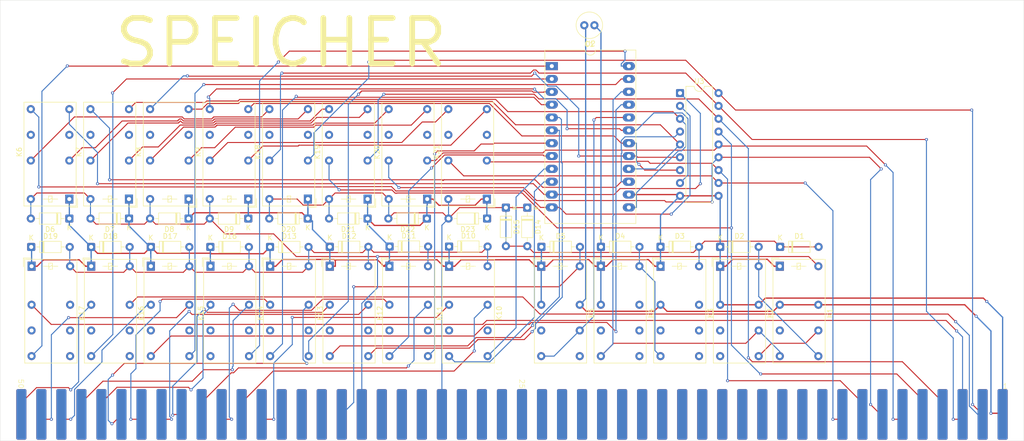
<source format=kicad_pcb>
(kicad_pcb (version 20241229) (generator "pcbnew") (generator_version "9.0")
  (layers (0 "F.Cu" signal) (2 "B.Cu" signal) (13 "F.Paste" user) (15 "B.Paste" user) (5 "F.SilkS" user "F.Silkscreen") (7 "B.SilkS" user "B.Silkscreen") (1 "F.Mask" user) (3 "B.Mask" user) (25 "Edge.Cuts" user))
  (net 0 "")
  (net 1 "MEMREAD")
  (net 2 "+5V")
  (net 3 "Net-(D2-A)")
  (net 4 "Net-(D4-A)")
  (net 5 "MEMSel")
  (net 6 "WE")
  (net 7 "OE")
  (net 19 "CS")
  (net 22 "Net-(U2-Q0)")
  (net 23 "D1")
  (net 25 "D0")
  (net 26 "Net-(U2-Q1)")
  (net 28 "D3")
  (net 30 "Net-(U2-Q3)")
  (net 31 "Net-(U2-Q2)")
  (net 33 "D2")
  (net 35 "D5")
  (net 37 "Net-(U2-Q5)")
  (net 38 "D4")
  (net 39 "Net-(U2-Q4)")
  (net 41 "D6")
  (net 43 "Net-(U2-Q7)")
  (net 44 "Net-(U2-Q6)")
  (net 45 "D7")
  (net 46 "A0")
  (net 47 "A1")
  (net 49 "AI0")
  (net 51 "AI1")
  (net 52 "A3")
  (net 54 "AI3")
  (net 55 "AI2")
  (net 56 "A2")
  (net 59 "A5")
  (net 60 "AI4")
  (net 62 "A4")
  (net 63 "AI5")
  (net 65 "AI6")
  (net 67 "A6")
  (net 68 "AI7")
  (net 69 "A7")
  (net 72 "A8")
  (net 73 "AI9")
  (net 74 "AI8")
  (net 75 "A9")
  (net 76 "A10")
  (net 77 "AI10")
  (net 78 "AI11")
  (net 80 "A11")
  (net 82 "AI13")
  (net 83 "A12")
  (net 84 "A13")
  (net 86 "AI12")
  (net 89 "A14")
  (net 93 "AI14")
  (net 94 "DO0")
  (net 96 "DO1")
  (net 98 "DO3")
  (net 100 "DO2")
  (net 102 "DO4")
  (net 104 "DO5")
  (net 107 "DO7")
  (net 108 "DO6")
  (net 182 "GND")
  (net 183 "MEMWRITE")
  (net 184 "Net-(D10-A)")
  (footprint "Diode_THT:D_DO-35_SOD27_P7.62mm_Horizontal" (layer "F.Cu") (at 121.4175 125.6825)
    (property "Reference" "D10")
    (property "Value" "1N914")
  )
  (footprint "Relay_THT:Relay_DPDT_Finder_30.22" (layer "F.Cu") (at 175.0225 129.57 -90)
    (property "Reference" "K2")
    (property "Value" "HK19F-DCxxV-SHC")
  )
  (footprint "Relay_THT:Relay_DPDT_Finder_30.22" (layer "F.Cu") (at 81.715 116.2875 90)
    (property "Reference" "K9")
    (property "Value" "HK19F-DCxxV-SHC")
  )
  (footprint "Diode_THT:D_DO-35_SOD27_P7.62mm_Horizontal" (layer "F.Cu") (at 62.435 125.7575)
    (property "Reference" "D17")
    (property "Value" "1N914")
  )
  (footprint "Diode_THT:D_DO-35_SOD27_P7.62mm_Horizontal" (layer "F.Cu") (at 38.785 125.7575)
    (property "Reference" "D19")
    (property "Value" "1N914")
  )
  (footprint "Relay_THT:Relay_DPDT_Finder_30.22" (layer "F.Cu") (at 139.6375 129.57 -90)
    (property "Reference" "K5")
    (property "Value" "HK19F-DCxxV-SHC")
  )
  (footprint "Diode_THT:D_DO-35_SOD27_P7.62mm_Horizontal" (layer "F.Cu") (at 81.715 120.1425 180)
    (property "Reference" "D9")
    (property "Value" "1N914")
  )
  (footprint "Diode_THT:D_DO-35_SOD27_P7.62mm_Horizontal" (layer "F.Cu") (at 186.875 125.7375)
    (property "Reference" "D1")
    (property "Value" "1N914")
  )
  (footprint "Relay_THT:Relay_DPDT_Finder_30.22" (layer "F.Cu") (at 128.8925 116.2875 90)
    (property "Reference" "K21")
    (property "Value" "HK19F-DCxxV-SHC")
  )
  (footprint "Diode_THT:D_DO-35_SOD27_P7.62mm_Horizontal" (layer "F.Cu") (at 109.655 125.6825)
    (property "Reference" "D11")
    (property "Value" "1N914")
  )
  (footprint "Relay_THT:Relay_DPDT_Finder_30.22" (layer "F.Cu") (at 50.6475 129.57 -90)
    (property "Reference" "K16")
    (property "Value" "HK19F-DCxxV-SHC")
  )
  (footprint "Capacitor_THT:C_Radial_D5.0mm_H11.0mm_P2.00mm" (layer "F.Cu") (at 150.155 81.92 180)
    (property "Reference" "C1")
    (property "Value" "C")
  )
  (footprint "Relay_THT:Relay_DPDT_Finder_30.22" (layer "F.Cu") (at 62.4425 129.57 -90)
    (property "Reference" "K15")
    (property "Value" "HK19F-DCxxV-SHC")
  )
  (footprint "Diode_THT:D_DO-35_SOD27_P7.62mm_Horizontal" (layer "F.Cu") (at 69.905 120.1425 180)
    (property "Reference" "D8")
    (property "Value" "1N914")
  )
  (footprint "Relay_THT:Relay_DPDT_Finder_30.22" (layer "F.Cu") (at 46.325 116.2875 90)
    (property "Reference" "K6")
    (property "Value" "HK19F-DCxxV-SHC")
  )
  (footprint "Relay_THT:Relay_DPDT_Finder_30.22" (layer "F.Cu") (at 121.4175 129.57 -90)
    (property "Reference" "K10")
    (property "Value" "HK19F-DCxxV-SHC")
  )
  (footprint "Diode_THT:D_DO-35_SOD27_P7.62mm_Horizontal" (layer "F.Cu") (at 93.48 120.1425 180)
    (property "Reference" "D20")
    (property "Value" "1N914")
  )
  (footprint "Relay_THT:Relay_DPDT_Finder_30.22" (layer "F.Cu") (at 93.5075 116.2875 90)
    (property "Reference" "K18")
    (property "Value" "HK19F-DCxxV-SHC")
  )
  (footprint "Relay_THT:Relay_DPDT_Finder_30.22" (layer "F.Cu") (at 58.12 116.2875 90)
    (property "Reference" "K7")
    (property "Value" "HK19F-DCxxV-SHC")
  )
  (footprint "Diode_THT:D_DO-35_SOD27_P7.62mm_Horizontal" (layer "F.Cu") (at 128.93 120.1425 180)
    (property "Reference" "D23")
    (property "Value" "1N914")
  )
  (footprint "Diode_THT:D_DO-35_SOD27_P7.62mm_Horizontal" (layer "F.Cu") (at 175.0225 125.7375)
    (property "Reference" "D2")
    (property "Value" "1N914")
  )
  (footprint "Relay_THT:Relay_DPDT_Finder_30.22" (layer "F.Cu") (at 109.6225 129.57 -90)
    (property "Reference" "K11")
    (property "Value" "HK19F-DCxxV-SHC")
  )
  (footprint "Diode_THT:D_DO-35_SOD27_P7.62mm_Horizontal" (layer "F.Cu") (at 117.03 120.1425 180)
    (property "Reference" "D22")
    (property "Value" "1N914")
  )
  (footprint "Relay_THT:Relay_DPDT_Finder_30.22" (layer "F.Cu") (at 186.8175 129.57 -90)
    (property "Reference" "K1")
    (property "Value" "HK19F-DCxxV-SHC")
  )
  (footprint "Diode_THT:D_DO-35_SOD27_P7.62mm_Horizontal" (layer "F.Cu") (at 132.655 117.9775 -90)
    (property "Reference" "D15")
    (property "Value" "1N914")
  )
  (footprint "Package_DIP:DIP-18_W7.62mm" (layer "F.Cu") (at 167.085 95.33)
    (property "Reference" "U3")
    (property "Value" "ULN2803A")
  )
  (footprint "Relay_THT:Relay_DPDT_Finder_30.22" (layer "F.Cu") (at 86.0325 129.57 -90)
    (property "Reference" "K13")
    (property "Value" "HK19F-DCxxV-SHC")
  )
  (footprint "Relay_THT:Relay_DPDT_Finder_30.22" (layer "F.Cu") (at 38.86 129.57 -90)
    (property "Reference" "K17")
    (property "Value" "HK19F-DCxxV-SHC")
  )
  (footprint "Diode_THT:D_DO-35_SOD27_P7.62mm_Horizontal" (layer "F.Cu") (at 97.835 125.7325)
    (property "Reference" "D12")
    (property "Value" "1N914")
  )
  (footprint "Package_DIP:DIP-24_18.0mmx34.29mm_W15.24mm_LongPads" (layer "F.Cu") (at 141.73 90)
    (property "Reference" "U2")
    (property "Value" "CY62256-70PC")
  )
  (footprint "Diode_THT:D_DO-35_SOD27_P7.62mm_Horizontal" (layer "F.Cu") (at 136.88 117.9875 -90)
    (property "Reference" "D14")
    (property "Value" "1N914")
  )
  (footprint "Relay_THT:Relay_DPDT_Finder_30.22" (layer "F.Cu") (at 97.8275 129.57 -90)
    (property "Reference" "K12")
    (property "Value" "HK19F-DCxxV-SHC")
  )
  (footprint "Diode_THT:D_DO-35_SOD27_P7.62mm_Horizontal" (layer "F.Cu") (at 105.305 120.1425 180)
    (property "Reference" "D21")
    (property "Value" "1N914")
  )
  (footprint "Relay_THT:Relay_DPDT_Finder_30.22" (layer "F.Cu") (at 105.3025 116.2875 90)
    (property "Reference" "K19")
    (property "Value" "HK19F-DCxxV-SHC")
  )
  (footprint "Relay_THT:Relay_DPDT_Finder_30.22" (layer "F.Cu") (at 163.2275 129.57 -90)
    (property "Reference" "K3")
    (property "Value" "HK19F-DCxxV-SHC")
  )
  (footprint "Diode_THT:D_DO-35_SOD27_P7.62mm_Horizontal" (layer "F.Cu") (at 50.635 125.7575)
    (property "Reference" "D18")
    (property "Value" "1N914")
  )
  (footprint "Diode_THT:D_DO-35_SOD27_P7.62mm_Horizontal" (layer "F.Cu") (at 74.21 125.7575)
    (property "Reference" "D16")
    (property "Value" "1N914")
  )
  (footprint "Relay_THT:Relay_DPDT_Finder_30.22" (layer "F.Cu") (at 74.2375 129.57 -90)
    (property "Reference" "K14")
    (property "Value" "HK19F-DCxxV-SHC")
  )
  (footprint "Diode_THT:D_DO-35_SOD27_P7.62mm_Horizontal" (layer "F.Cu") (at 58.13 120.1425 180)
    (property "Reference" "D7")
    (property "Value" "1N914")
  )
  (footprint "Diode_THT:D_DO-35_SOD27_P7.62mm_Horizontal" (layer "F.Cu") (at 86.01 125.7575)
    (property "Reference" "D13")
    (property "Value" "1N914")
  )
  (footprint "Relay_THT:Relay_DPDT_Finder_30.22" (layer "F.Cu") (at 69.915 116.2875 90)
    (property "Reference" "K8")
    (property "Value" "HK19F-DCxxV-SHC")
  )
  (footprint "Relay_THT:Relay_DPDT_Finder_30.22" (layer "F.Cu") (at 117.0975 116.2875 90)
    (property "Reference" "K20")
    (property "Value" "HK19F-DCxxV-SHC")
  )
  (footprint "Diode_THT:D_DO-35_SOD27_P7.62mm_Horizontal" (layer "F.Cu") (at 46.33 120.1425 180)
    (property "Reference" "D6")
    (property "Value" "1N914")
  )
  (footprint "Diode_THT:D_DO-35_SOD27_P7.62mm_Horizontal" (layer "F.Cu") (at 163.225 125.7375)
    (property "Reference" "D3")
    (property "Value" "1N914")
  )
  (footprint "relaccomp:Conn_RC_Male_100" (layer "F.Cu") (at 230.875 115.315 -90)
    (property "Reference" "U1" (hide yes))
    (property "Value" "~" (hide yes))
  )
  (footprint "Diode_THT:D_DO-35_SOD27_P7.62mm_Horizontal" (layer "F.Cu") (at 139.675 125.7375)
    (property "Reference" "D5")
    (property "Value" "1N914")
  )
  (footprint "Relay_THT:Relay_DPDT_Finder_30.22" (layer "F.Cu") (at 151.4325 129.57 -90)
    (property "Reference" "K4")
    (property "Value" "HK19F-DCxxV-SHC")
  )
  (footprint "Diode_THT:D_DO-35_SOD27_P7.62mm_Horizontal" (layer "F.Cu") (at 151.45 125.7375)
    (property "Reference" "D4")
    (property "Value" "1N914")
  )
  (gr_rect (start 32.64 76.95) (end 235.08 164.1) (stroke (width 0.05)) (fill no) (layer "Edge.Cuts"))
  (gr_text "SPEICHER" (at 54.67 90.64 0) (layer "F.SilkS") (effects (font (size 9 9) (thickness 1.125)) (justify left bottom)))
  (segment (start 91.3809 116.2875) (end 91.3809 116.2876) (width 0.2) (layer "F.Cu") (net 1))
  (segment (start 123.475 117.9775) (end 121.31 120.1425) (width 0.2) (layer "F.Cu") (net 1))
  (segment (start 136.87 117.9775) (end 132.655 117.9775) (width 0.2) (layer "F.Cu") (net 1))
  (segment (start 120.174 119.0065) (end 121.31 120.1425) (width 0.2) (layer "F.Cu") (net 1))
  (segment (start 98.8842 115.0858) (end 108.2758 115.0858) (width 0.2) (layer "F.Cu") (net 1))
  (segment (start 97.6825 116.2875) (end 98.8842 115.0858) (width 0.2) (layer "F.Cu") (net 1))
  (segment (start 194.495 125.7375) (end 186.875 125.7375) (width 0.2) (layer "F.Cu") (net 1))
  (segment (start 170.845 125.7375) (end 171.9546 124.6279) (width 0.2) (layer "F.Cu") (net 1))
  (segment (start 136.88 117.9875) (end 136.87 117.9775) (width 0.2) (layer "F.Cu") (net 1))
  (segment (start 96.4808 117.4892) (end 97.6825 116.2875) (width 0.2) (layer "F.Cu") (net 1))
  (segment (start 109.41 120.1425) (end 110.546 119.0065) (width 0.2) (layer "F.Cu") (net 1))
  (segment (start 92.5825 117.4892) (end 96.4808 117.4892) (width 0.2) (layer "F.Cu") (net 1))
  (segment (start 185.7654 124.6279) (end 186.875 125.7375) (width 0.2) (layer "F.Cu") (net 1))
  (segment (start 171.9546 124.6279) (end 185.7654 124.6279) (width 0.2) (layer "F.Cu") (net 1))
  (segment (start 85.8875 116.2875) (end 91.3809 116.2875) (width 0.2) (layer "F.Cu") (net 1))
  (segment (start 169.7388 126.8437) (end 138.1162 126.8437) (width 0.2) (layer "F.Cu") (net 1))
  (segment (start 132.655 117.9775) (end 123.475 117.9775) (width 0.2) (layer "F.Cu") (net 1))
  (segment (start 108.2758 115.0858) (end 109.4775 116.2875) (width 0.2) (layer "F.Cu") (net 1))
  (segment (start 91.3809 116.2876) (end 92.5825 117.4892) (width 0.2) (layer "F.Cu") (net 1))
  (segment (start 138.1162 126.8437) (end 136.88 125.6075) (width 0.2) (layer "F.Cu") (net 1))
  (segment (start 110.546 119.0065) (end 120.174 119.0065) (width 0.2) (layer "F.Cu") (net 1))
  (segment (start 132.665 125.6075) (end 132.655 125.5975) (width 0.2) (layer "F.Cu") (net 1))
  (segment (start 136.88 125.6075) (end 132.665 125.6075) (width 0.2) (layer "F.Cu") (net 1))
  (segment (start 170.845 125.7375) (end 169.7388 126.8437) (width 0.2) (layer "F.Cu") (net 1))
  (segment (start 109.41 120.1425) (end 109.4775 120.075) (width 0.2) (layer "B.Cu") (net 1))
  (segment (start 119.995 158.875) (end 119.995 121.4575) (width 0.2) (layer "B.Cu") (net 1))
  (segment (start 170.8475 125.74) (end 170.8475 129.57) (width 0.2) (layer "B.Cu") (net 1))
  (segment (start 109.4775 120.075) (end 109.4775 116.2875) (width 0.2) (layer "B.Cu") (net 1))
  (segment (start 132.655 125.5975) (end 132.655 117.9775) (width 0.2) (layer "B.Cu") (net 1))
  (segment (start 119.995 121.4575) (end 121.31 120.1425) (width 0.2) (layer "B.Cu") (net 1))
  (segment (start 121.2725 116.2875) (end 121.31 116.325) (width 0.2) (layer "B.Cu") (net 1))
  (segment (start 170.845 125.7375) (end 170.8475 125.74) (width 0.2) (layer "B.Cu") (net 1))
  (segment (start 85.8875 120.115) (end 85.8875 116.2875) (width 0.2) (layer "B.Cu") (net 1))
  (segment (start 97.685 116.29) (end 97.685 120.1425) (width 0.2) (layer "B.Cu") (net 1))
  (segment (start 85.86 120.1425) (end 85.8875 120.115) (width 0.2) (layer "B.Cu") (net 1))
  (segment (start 97.6825 116.2875) (end 97.685 116.29) (width 0.2) (layer "B.Cu") (net 1))
  (segment (start 121.31 116.325) (end 121.31 120.1425) (width 0.2) (layer "B.Cu") (net 1))
  (segment (start 185.5075 138.5) (end 164.5375 138.5) (width 0.25) (layer "F.Cu") (net 2))
  (segment (start 147.2575 137.19) (end 148.5425 138.475) (width 0.25) (layer "F.Cu") (net 2))
  (segment (start 228.5711 158.6465) (end 230.6465 158.6465) (width 0.25) (layer "F.Cu") (net 2))
  (segment (start 230.6465 158.6465) (end 230.875 158.875) (width 0.25) (layer "F.Cu") (net 2))
  (segment (start 223.3798 137.19) (end 225.6403 139.4505) (width 0.25) (layer "F.Cu") (net 2))
  (segment (start 194.4375 137.19) (end 223.3798 137.19) (width 0.25) (layer "F.Cu") (net 2))
  (segment (start 186.8175 137.19) (end 185.5075 138.5) (width 0.25) (layer "F.Cu") (net 2))
  (segment (start 194.4375 137.19) (end 186.8175 137.19) (width 0.25) (layer "F.Cu") (net 2))
  (segment (start 148.5425 138.475) (end 161.9425 138.475) (width 0.25) (layer "F.Cu") (net 2))
  (segment (start 164.5375 138.5) (end 163.2275 137.19) (width 0.25) (layer "F.Cu") (net 2))
  (segment (start 161.9425 138.475) (end 163.2275 137.19) (width 0.25) (layer "F.Cu") (net 2))
  (via (at 228.5711 158.6465) (size 0.6) (drill 0.3) (layers "F.Cu" "B.Cu") (net 2))
  (via (at 225.6403 139.4505) (size 0.6) (drill 0.3) (layers "F.Cu" "B.Cu") (net 2))
  (segment (start 148.425 82.19) (end 148.425 136.0225) (width 0.25) (layer "B.Cu") (net 2))
  (segment (start 148.425 136.0225) (end 147.2575 137.19) (width 0.25) (layer "B.Cu") (net 2))
  (segment (start 228.5711 142.3813) (end 228.5711 158.6465) (width 0.25) (layer "B.Cu") (net 2))
  (segment (start 148.155 81.92) (end 148.425 82.19) (width 0.25) (layer "B.Cu") (net 2))
  (segment (start 225.6403 139.4505) (end 228.5711 142.3813) (width 0.25) (layer "B.Cu") (net 2))
  (segment (start 182.6425 135.555) (end 182.6425 129.57) (width 0.2) (layer "B.Cu") (net 3))
  (segment (start 182.6425 129.57) (end 182.6425 125.7375) (width 0.2) (layer "B.Cu") (net 3))
  (segment (start 194.4375 147.35) (end 182.6425 135.555) (width 0.2) (layer "B.Cu") (net 3))
  (segment (start 159.0525 125.755) (end 159.0525 129.57) (width 0.2) (layer "B.Cu") (net 4))
  (segment (start 162.1238 132.6413) (end 159.0525 129.57) (width 0.2) (layer "B.Cu") (net 4))
  (segment (start 163.2275 147.35) (end 162.1238 146.2463) (width 0.2) (layer "B.Cu") (net 4))
  (segment (start 162.1238 146.2463) (end 162.1238 132.6413) (width 0.2) (layer "B.Cu") (net 4))
  (segment (start 159.07 125.7375) (end 159.0525 125.755) (width 0.2) (layer "B.Cu") (net 4))
  (segment (start 143.2004 133.6271) (end 102.559 133.6271) (width 0.2) (layer "F.Cu") (net 5))
  (segment (start 147.2575 129.57) (end 143.2004 133.6271) (width 0.2) (layer "F.Cu") (net 5))
  (via (at 102.559 133.6271) (size 0.6) (drill 0.3) (layers "F.Cu" "B.Cu") (net 5))
  (segment (start 147.2575 129.57) (end 147.295 129.5325) (width 0.2) (layer "B.Cu") (net 5))
  (segment (start 147.295 129.5325) (end 147.295 125.7375) (width 0.2) (layer "B.Cu") (net 5))
  (segment (start 102.559 133.6271) (end 102.559 156.511) (width 0.2) (layer "B.Cu") (net 5))
  (segment (start 102.559 156.511) (end 100.195 158.875) (width 0.2) (layer "B.Cu") (net 5))
  (segment (start 185.1825 144.81) (end 182.6425 147.35) (width 0.2) (layer "F.Cu") (net 6))
  (segment (start 194.4375 142.27) (end 191.8975 144.81) (width 0.2) (layer "F.Cu") (net 6))
  (segment (start 191.8975 144.81) (end 185.1825 144.81) (width 0.2) (layer "F.Cu") (net 6))
  (segment (start 182.6425 142.27) (end 180.1025 144.81) (width 0.2) (layer "F.Cu") (net 7))
  (segment (start 153.9725 144.81) (end 151.4325 147.35) (width 0.2) (layer "F.Cu") (net 7))
  (segment (start 180.1025 144.81) (end 153.9725 144.81) (width 0.2) (layer "F.Cu") (net 7))
  (segment (start 153.812 119.6075) (end 153.812 144.9705) (width 0.2) (layer "B.Cu") (net 7))
  (segment (start 153.845 119.2419) (end 153.845 96.7033) (width 0.2) (layer "B.Cu") (net 7))
  (segment (start 186.8175 146.445) (end 186.8175 147.35) (width 0.2) (layer "B.Cu") (net 7))
  (segment (start 153.845 119.2419) (end 154.0113 119.4082) (width 0.2) (layer "B.Cu") (net 7))
  (segment (start 153.845 119.2419) (end 154.0113 119.4082) (width 0.2) (layer "B.Cu") (net 7))
  (segment (start 153.812 144.9705) (end 151.4325 147.35) (width 0.2) (layer "B.Cu") (net 7))
  (segment (start 154.0113 119.4082) (end 153.812 119.6075) (width 0.2) (layer "B.Cu") (net 7))
  (segment (start 182.6425 142.27) (end 186.8175 146.445) (width 0.2) (layer "B.Cu") (net 7))
  (segment (start 156.97 95.08) (end 155.4683 95.08) (width 0.2) (layer "B.Cu") (net 7))
  (segment (start 153.845 96.7033) (end 155.4683 95.08) (width 0.2) (layer "B.Cu") (net 7))
  (segment (start 156.97 100.16) (end 150.5457 100.16) (width 0.2) (layer "F.Cu") (net 19))
  (segment (start 150.5457 100.16) (end 150.0526 100.6531) (width 0.2) (layer "F.Cu") (net 19))
  (via (at 150.0526 100.6531) (size 0.6) (drill 0.3) (layers "F.Cu" "B.Cu") (net 19))
  (segment (start 150.0526 100.6531) (end 150.0526 139.4749) (width 0.2) (layer "B.Cu") (net 19))
  (segment (start 142.1775 147.35) (end 139.6375 147.35) (width 0.2) (layer "B.Cu") (net 19))
  (segment (start 147.2575 142.27) (end 142.1775 147.35) (width 0.2) (layer "B.Cu") (net 19))
  (segment (start 150.0526 139.4749) (end 147.2575 142.27) (width 0.2) (layer "B.Cu") (net 19))
  (segment (start 141.73 115.4) (end 154.0539 115.4) (width 0.2) (layer "F.Cu") (net 22))
  (segment (start 140.2283 115.4) (end 138.0735 113.2452) (width 0.2) (layer "F.Cu") (net 22))
  (segment (start 154.0539 115.4) (end 155.2422 114.2117) (width 0.2) (layer "F.Cu") (net 22))
  (segment (start 140.9792 115.4) (end 141.73 115.4) (width 0.2) (layer "F.Cu") (net 22))
  (segment (start 138.0735 113.2452) (end 51.8922 113.2452) (width 0.2) (layer "F.Cu") (net 22))
  (segment (start 155.2422 114.2117) (end 170.1462 114.2117) (width 0.2) (layer "F.Cu") (net 22))
  (segment (start 170.1462 114.2117) (end 171.1082 113.2497) (width 0.2) (layer "F.Cu") (net 22))
  (segment (start 140.9792 115.4) (end 140.2283 115.4) (width 0.2) (layer "F.Cu") (net 22))
  (via (at 51.8922 113.2452) (size 0.6) (drill 0.3) (layers "F.Cu" "B.Cu") (net 22))
  (via (at 171.1082 113.2497) (size 0.6) (drill 0.3) (layers "F.Cu" "B.Cu") (net 22))
  (segment (start 167.085 95.33) (end 171.1082 99.3532) (width 0.2) (layer "B.Cu") (net 22))
  (segment (start 46.325 98.5075) (end 46.325 101.508) (width 0.2) (layer "B.Cu") (net 22))
  (segment (start 51.8922 107.0752) (end 51.8922 113.2452) (width 0.2) (layer "B.Cu") (net 22))
  (segment (start 171.1082 99.3532) (end 171.1082 113.2497) (width 0.2) (layer "B.Cu") (net 22))
  (segment (start 46.325 101.508) (end 51.8922 107.0752) (width 0.2) (layer "B.Cu") (net 22))
  (segment (start 68.6473 100.0456) (end 69.049 100.4473) (width 0.2) (layer "F.Cu") (net 23))
  (segment (start 74.7141 100.2119) (end 74.8789 100.0471) (width 0.2) (layer "F.Cu") (net 23))
  (segment (start 74.8789 100.0471) (end 84.3479 100.0471) (width 0.2) (layer "F.Cu") (net 23))
  (segment (start 74.7141 100.2119) (end 74.8789 100.0471) (width 0.2) (layer "F.Cu") (net 23))
  (segment (start 38.705 108.6675) (end 47.3269 100.0456) (width 0.2) (layer "F.Cu") (net 23))
  (segment (start 84.3479 100.0471) (end 85.8875 98.5075) (width 0.2) (layer "F.Cu") (net 23))
  (segment (start 69.049 100.4473) (end 74.4787 100.4473) (width 0.2) (layer "F.Cu") (net 23))
  (segment (start 74.4787 100.4473) (end 74.7141 100.2119) (width 0.2) (layer "F.Cu") (net 23))
  (segment (start 47.3269 100.0456) (end 68.6473 100.0456) (width 0.2) (layer "F.Cu") (net 23))
  (segment (start 67.7165 100.846) (end 56.7657 100.846) (width 0.2) (layer "F.Cu") (net 25))
  (segment (start 67.8813 100.6812) (end 67.7165 100.846) (width 0.2) (layer "F.Cu") (net 25))
  (segment (start 74.8804 100.6136) (end 75.0452 100.4488) (width 0.2) (layer "F.Cu") (net 25))
  (segment (start 74.8804 100.6136) (end 75.0452 100.4488) (width 0.2) (layer "F.Cu") (net 25))
  (segment (start 74.645 100.849) (end 74.8804 100.6136) (width 0.2) (layer "F.Cu") (net 25))
  (segment (start 75.0452 100.4488) (end 91.5662 100.4488) (width 0.2) (layer "F.Cu") (net 25))
  (segment (start 51.4842 106.1275) (end 48.865 106.1275) (width 0.2) (layer "F.Cu") (net 25))
  (segment (start 68.1152 100.4473) (end 68.4809 100.4473) (width 0.2) (layer "F.Cu") (net 25))
  (segment (start 91.5662 100.4488) (end 93.5075 98.5075) (width 0.2) (layer "F.Cu") (net 25))
  (segment (start 56.7657 100.846) (end 51.4842 106.1275) (width 0.2) (layer "F.Cu") (net 25))
  (segment (start 48.865 106.1275) (end 46.325 108.6675) (width 0.2) (layer "F.Cu") (net 25))
  (segment (start 67.8813 100.6812) (end 67.7165 100.846) (width 0.2) (layer "F.Cu") (net 25))
  (segment (start 67.8813 100.6812) (end 68.1152 100.4473) (width 0.2) (layer "F.Cu") (net 25))
  (segment (start 68.4809 100.4473) (end 68.8826 100.849) (width 0.2) (layer "F.Cu") (net 25))
  (segment (start 68.8826 100.849) (end 74.645 100.849) (width 0.2) (layer "F.Cu") (net 25))
  (segment (start 110.9173 114.7177) (end 110.0153 113.8157) (width 0.2) (layer "F.Cu") (net 26))
  (segment (start 144.5611 119.2694) (end 143.2317 117.94) (width 0.2) (layer "F.Cu") (net 26))
  (segment (start 139.5036 117.94) (end 136.2477 114.6841) (width 0.2) (layer "F.Cu") (net 26))
  (segment (start 99.2568 113.8157) (end 99.1841 113.8884) (width 0.2) (layer "F.Cu") (net 26))
  (segment (start 110.951 114.6841) (end 110.9174 114.7177) (width 0.2) (layer "F.Cu") (net 26))
  (segment (start 165.3482 119.2694) (end 144.5611 119.2694) (width 0.2) (layer "F.Cu") (net 26))
  (segment (start 110.0153 113.8157) (end 99.2568 113.8157) (width 0.2) (layer "F.Cu") (net 26))
  (segment (start 99.1841 113.8884) (end 40.2854 113.8884) (width 0.2) (layer "F.Cu") (net 26))
  (segment (start 141.73 117.94) (end 143.2317 117.94) (width 0.2) (layer "F.Cu") (net 26))
  (segment (start 110.9174 114.7177) (end 110.9173 114.7177) (width 0.2) (layer "F.Cu") (net 26))
  (segment (start 141.73 117.94) (end 139.5036 117.94) (width 0.2) (layer "F.Cu") (net 26))
  (segment (start 136.2477 114.6841) (end 110.951 114.6841) (width 0.2) (layer "F.Cu") (net 26))
  (via (at 165.3482 119.2694) (size 0.6) (drill 0.3) (layers "F.Cu" "B.Cu") (net 26))
  (via (at 40.2854 113.8884) (size 0.6) (drill 0.3) (layers "F.Cu" "B.Cu") (net 26))
  (segment (start 169.0638 115.5538) (end 165.3482 119.2694) (width 0.2) (layer "B.Cu") (net 26))
  (segment (start 40.2854 100.0879) (end 40.2854 113.8884) (width 0.2) (layer "B.Cu") (net 26))
  (segment (start 169.0638 99.8488) (end 169.0638 115.5538) (width 0.2) (layer "B.Cu") (net 26))
  (segment (start 38.705 98.5075) (end 40.2854 100.0879) (width 0.2) (layer "B.Cu") (net 26))
  (segment (start 167.085 97.87) (end 169.0638 99.8488) (width 0.2) (layer "B.Cu") (net 26))
  (segment (start 68.2815 100.849) (end 68.3146 100.849) (width 0.2) (layer "F.Cu") (net 28))
  (segment (start 93.9216 100.8505) (end 93.9419 100.8708) (width 0.2) (layer "F.Cu") (net 28))
  (segment (start 94.1082 100.7045) (end 93.9419 100.8708) (width 0.2) (layer "F.Cu") (net 28))
  (segment (start 75.0467 101.0153) (end 75.2115 100.8505) (width 0.2) (layer "F.Cu") (net 28))
  (segment (start 67.8828 101.2477) (end 57.9198 101.2477) (width 0.2) (layer "F.Cu") (net 28))
  (segment (start 68.3146 100.849) (end 68.7163 101.2507) (width 0.2) (layer "F.Cu") (net 28))
  (segment (start 75.0467 101.0153) (end 75.2115 100.8505) (width 0.2) (layer "F.Cu") (net 28))
  (segment (start 75.2115 100.8505) (end 93.9216 100.8505) (width 0.2) (layer "F.Cu") (net 28))
  (segment (start 57.9198 101.2477) (end 50.5 108.6675) (width 0.2) (layer "F.Cu") (net 28))
  (segment (start 96.3052 98.5075) (end 94.1082 100.7045) (width 0.2) (layer "F.Cu") (net 28))
  (segment (start 74.8113 101.2507) (end 75.0467 101.0153) (width 0.2) (layer "F.Cu") (net 28))
  (segment (start 97.6825 98.5075) (end 96.3052 98.5075) (width 0.2) (layer "F.Cu") (net 28))
  (segment (start 68.0476 101.0829) (end 67.8828 101.2477) (width 0.2) (layer "F.Cu") (net 28))
  (segment (start 68.0476 101.0829) (end 68.2815 100.849) (width 0.2) (layer "F.Cu") (net 28))
  (segment (start 94.1082 100.7045) (end 93.9419 100.8708) (width 0.2) (layer "F.Cu") (net 28))
  (segment (start 68.7163 101.2507) (end 74.8113 101.2507) (width 0.2) (layer "F.Cu") (net 28))
  (segment (start 68.0476 101.0829) (end 67.8828 101.2477) (width 0.2) (layer "F.Cu") (net 28))
  (segment (start 120.2213 112.6336) (end 120.055 112.4673) (width 0.2) (layer "F.Cu") (net 30))
  (segment (start 138.4228 112.4688) (end 139.9246 113.9706) (width 0.2) (layer "F.Cu") (net 30))
  (segment (start 120.3861 112.4688) (end 138.4228 112.4688) (width 0.2) (layer "F.Cu") (net 30))
  (segment (start 120.055 112.4673) (end 54.2809 112.4673) (width 0.2) (layer "F.Cu") (net 30))
  (segment (start 154.3577 113.9706) (end 155.4683 112.86) (width 0.2) (layer "F.Cu") (net 30))
  (segment (start 120.2213 112.6336) (end 120.3861 112.4688) (width 0.2) (layer "F.Cu") (net 30))
  (segment (start 156.97 112.86) (end 155.4683 112.86) (width 0.2) (layer "F.Cu") (net 30))
  (segment (start 120.2213 112.6336) (end 120.3861 112.4688) (width 0.2) (layer "F.Cu") (net 30))
  (segment (start 139.9246 113.9706) (end 154.3577 113.9706) (width 0.2) (layer "F.Cu") (net 30))
  (via (at 54.2809 112.4673) (size 0.6) (drill 0.3) (layers "F.Cu" "B.Cu") (net 30))
  (segment (start 166.065 103.97) (end 167.085 102.95) (width 0.2) (layer "B.Cu") (net 30))
  (segment (start 155.4683 104.7113) (end 156.2096 103.97) (width 0.2) (layer "B.Cu") (net 30))
  (segment (start 155.4683 107.2901) (end 155.5738 107.1846) (width 0.2) (layer "B.Cu") (net 30))
  (segment (start 156.97 112.86) (end 155.4683 112.86) (width 0.2) (layer "B.Cu") (net 30))
  (segment (start 155.4683 112.86) (end 155.4683 107.2901) (width 0.2) (layer "B.Cu") (net 30))
  (segment (start 155.4683 106.5465) (end 155.4683 104.7113) (width 0.2) (layer "B.Cu") (net 30))
  (segment (start 54.2809 102.2884) (end 54.2809 112.4673) (width 0.2) (layer "B.Cu") (net 30))
  (segment (start 155.5738 107.1846) (end 155.5738 106.652) (width 0.2) (layer "B.Cu") (net 30))
  (segment (start 50.5 98.5075) (end 54.2809 102.2884) (width 0.2) (layer "B.Cu") (net 30))
  (segment (start 156.2096 103.97) (end 166.065 103.97) (width 0.2) (layer "B.Cu") (net 30))
  (segment (start 155.5738 106.652) (end 155.4683 106.5465) (width 0.2) (layer "B.Cu") (net 30))
  (segment (start 79.7648 96.8224) (end 79.6967 96.8905) (width 0.2) (layer "F.Cu") (net 31))
  (segment (start 130.6233 96.587) (end 133.0323 98.996) (width 0.2) (layer "F.Cu") (net 31))
  (segment (start 73.3735 97.0082) (end 73.2087 97.173) (width 0.2) (layer "F.Cu") (net 31))
  (segment (start 59.4545 97.173) (end 58.12 98.5075) (width 0.2) (layer "F.Cu") (net 31))
  (segment (start 79.7648 96.8224) (end 79.6967 96.8905) (width 0.2) (layer "F.Cu") (net 31))
  (segment (start 73.2087 97.173) (end 59.4545 97.173) (width 0.2) (layer "F.Cu") (net 31))
  (segment (start 73.3735 97.0082) (end 73.2087 97.173) (width 0.2) (layer "F.Cu") (net 31))
  (segment (start 80.0002 96.587) (end 130.6233 96.587) (width 0.2) (layer "F.Cu") (net 31))
  (segment (start 133.0323 98.996) (end 165.671 98.996) (width 0.2) (layer "F.Cu") (net 31))
  (segment (start 73.4912 96.8905) (end 73.3735 97.0082) (width 0.2) (layer "F.Cu") (net 31))
  (segment (start 79.6967 96.8905) (end 73.4912 96.8905) (width 0.2) (layer "F.Cu") (net 31))
  (segment (start 165.671 98.996) (end 167.085 100.41) (width 0.2) (layer "F.Cu") (net 31))
  (segment (start 79.7648 96.8224) (end 80.0002 96.587) (width 0.2) (layer "F.Cu") (net 31))
  (segment (start 168.2382 101.5632) (end 168.2382 105.9003) (width 0.2) (layer "B.Cu") (net 31))
  (segment (start 167.3785 106.76) (end 166.7576 106.76) (width 0.2) (layer "B.Cu") (net 31))
  (segment (start 156.97 117.94) (end 158.4717 117.94) (width 0.2) (layer "B.Cu") (net 31))
  (segment (start 167.085 100.41) (end 168.2382 101.5632) (width 0.2) (layer "B.Cu") (net 31))
  (segment (start 168.2382 105.9003) (end 167.3785 106.76) (width 0.2) (layer "B.Cu") (net 31))
  (segment (start 166.7576 106.76) (end 158.4717 115.0459) (width 0.2) (layer "B.Cu") (net 31))
  (segment (start 158.4717 115.0459) (end 158.4717 117.94) (width 0.2) (layer "B.Cu") (net 31))
  (segment (start 68.2463 101.6524) (end 74.9776 101.6524) (width 0.2) (layer "F.Cu") (net 33))
  (segment (start 60.8045 105.983) (end 63.9157 105.983) (width 0.2) (layer "F.Cu") (net 33))
  (segment (start 94.1083 101.2725) (end 95.2418 100.139) (width 0.2) (layer "F.Cu") (net 33))
  (segment (start 75.213 101.417) (end 75.3575 101.2725) (width 0.2) (layer "F.Cu") (net 33))
  (segment (start 74.9776 101.6524) (end 75.213 101.417) (width 0.2) (layer "F.Cu") (net 33))
  (segment (start 58.12 108.6675) (end 60.8045 105.983) (width 0.2) (layer "F.Cu") (net 33))
  (segment (start 95.2418 100.139) (end 103.671 100.139) (width 0.2) (layer "F.Cu") (net 33))
  (segment (start 63.9157 105.983) (end 68.2463 101.6524) (width 0.2) (layer "F.Cu") (net 33))
  (segment (start 75.213 101.417) (end 75.3575 101.2725) (width 0.2) (layer "F.Cu") (net 33))
  (segment (start 103.671 100.139) (end 105.3025 98.5075) (width 0.2) (layer "F.Cu") (net 33))
  (segment (start 75.3575 101.2725) (end 94.1083 101.2725) (width 0.2) (layer "F.Cu") (net 33))
  (segment (start 68.9084 102.0541) (end 75.1439 102.0541) (width 0.2) (layer "F.Cu") (net 35))
  (segment (start 75.3793 101.8187) (end 75.5238 101.6742) (width 0.2) (layer "F.Cu") (net 35))
  (segment (start 62.295 108.6675) (end 68.9084 102.0541) (width 0.2) (layer "F.Cu") (net 35))
  (segment (start 94.8778 101.2725) (end 106.7125 101.2725) (width 0.2) (layer "F.Cu") (net 35))
  (segment (start 75.1439 102.0541) (end 75.3793 101.8187) (width 0.2) (layer "F.Cu") (net 35))
  (segment (start 94.4761 101.6742) (end 94.8778 101.2725) (width 0.2) (layer "F.Cu") (net 35))
  (segment (start 75.3793 101.8187) (end 75.5238 101.6742) (width 0.2) (layer "F.Cu") (net 35))
  (segment (start 75.5238 101.6742) (end 94.4761 101.6742) (width 0.2) (layer "F.Cu") (net 35))
  (segment (start 106.7125 101.2725) (end 109.4775 98.5075) (width 0.2) (layer "F.Cu") (net 35))
  (segment (start 158.7217 108.03) (end 158.4717 107.78) (width 0.2) (layer "F.Cu") (net 37))
  (segment (start 69.7453 91.9928) (end 137.7388 91.9928) (width 0.2) (layer "F.Cu") (net 37))
  (segment (start 157.7209 107.78) (end 158.4717 107.78) (width 0.2) (layer "F.Cu") (net 37))
  (segment (start 69.6762 91.9237) (end 69.7453 91.9928) (width 0.2) (layer "F.Cu") (net 37))
  (segment (start 156.97 107.78) (end 147.0532 107.78) (width 0.2) (layer "F.Cu") (net 37))
  (segment (start 157.7209 107.78) (end 156.97 107.78) (width 0.2) (layer "F.Cu") (net 37))
  (segment (start 147.0532 107.78) (end 147.0523 107.7791) (width 0.2) (layer "F.Cu") (net 37))
  (segment (start 167.085 108.03) (end 158.7217 108.03) (width 0.2) (layer "F.Cu") (net 37))
  (segment (start 137.7388 91.9928) (end 138.3565 91.3751) (width 0.2) (layer "F.Cu") (net 37))
  (via (at 147.0523 107.7791) (size 0.6) (drill 0.3) (layers "F.Cu" "B.Cu") (net 37))
  (via (at 138.3565 91.3751) (size 0.6) (drill 0.3) (layers "F.Cu" "B.Cu") (net 37))
  (via (at 69.6762 91.9237) (size 0.6) (drill 0.3) (layers "F.Cu" "B.Cu") (net 37))
  (segment (start 62.295 98.5075) (end 68.8788 91.9237) (width 0.2) (layer "B.Cu") (net 37))
  (segment (start 142.6262 93.9632) (end 140.9446 93.9632) (width 0.2) (layer "B.Cu") (net 37))
  (segment (start 140.9446 93.9632) (end 138.3565 91.3751) (width 0.2) (layer "B.Cu") (net 37))
  (segment (start 147.0523 107.7791) (end 147.0523 98.3893) (width 0.2) (layer "B.Cu") (net 37))
  (segment (start 68.8788 91.9237) (end 69.6762 91.9237) (width 0.2) (layer "B.Cu") (net 37))
  (segment (start 147.0523 98.3893) (end 142.6262 93.9632) (width 0.2) (layer "B.Cu") (net 37))
  (segment (start 94.8779 101.8405) (end 95.0442 101.6742) (width 0.2) (layer "F.Cu") (net 38))
  (segment (start 75.0792 106.1275) (end 79.1308 102.0759) (width 0.2) (layer "F.Cu") (net 38))
  (segment (start 72.455 106.1275) (end 75.0792 106.1275) (width 0.2) (layer "F.Cu") (net 38))
  (segment (start 113.9308 101.6742) (end 117.0975 98.5075) (width 0.2) (layer "F.Cu") (net 38))
  (segment (start 79.1308 102.0759) (end 94.6425 102.0759) (width 0.2) (layer "F.Cu") (net 38))
  (segment (start 94.8779 101.8405) (end 95.0442 101.6742) (width 0.2) (layer "F.Cu") (net 38))
  (segment (start 94.6425 102.0759) (end 94.8779 101.8405) (width 0.2) (layer "F.Cu") (net 38))
  (segment (start 95.0442 101.6742) (end 113.9308 101.6742) (width 0.2) (layer "F.Cu") (net 38))
  (segment (start 69.915 108.6675) (end 72.455 106.1275) (width 0.2) (layer "F.Cu") (net 38))
  (segment (start 73.6541 97.3904) (end 79.7649 97.3904) (width 0.2) (layer "F.Cu") (net 39))
  (segment (start 129.9605 96.9902) (end 134.5627 101.5924) (width 0.2) (layer "F.Cu") (net 39))
  (segment (start 72.537 98.5075) (end 73.6541 97.3904) (width 0.2) (layer "F.Cu") (net 39))
  (segment (start 69.915 98.5075) (end 72.537 98.5075) (width 0.2) (layer "F.Cu") (net 39))
  (segment (start 79.7649 97.3904) (end 80.1651 96.9902) (width 0.2) (layer "F.Cu") (net 39))
  (segment (start 80.1651 96.9902) (end 129.9605 96.9902) (width 0.2) (layer "F.Cu") (net 39))
  (segment (start 163.1874 101.5924) (end 167.085 105.49) (width 0.2) (layer "F.Cu") (net 39))
  (segment (start 134.5627 101.5924) (end 163.1874 101.5924) (width 0.2) (layer "F.Cu") (net 39))
  (segment (start 162.255 110.32) (end 167.085 105.49) (width 0.2) (layer "B.Cu") (net 39))
  (segment (start 158.4717 110.32) (end 162.255 110.32) (width 0.2) (layer "B.Cu") (net 39))
  (segment (start 156.97 110.32) (end 158.4717 110.32) (width 0.2) (layer "B.Cu") (net 39))
  (segment (start 84.5781 105.8044) (end 91.5761 105.8044) (width 0.2) (layer "F.Cu") (net 41))
  (segment (start 91.5761 105.8044) (end 91.7424 105.6381) (width 0.2) (layer "F.Cu") (net 41))
  (segment (start 128.8925 98.5075) (end 121.7619 105.6381) (width 0.2) (layer "F.Cu") (net 41))
  (segment (start 81.715 108.6675) (end 84.5781 105.8044) (width 0.2) (layer "F.Cu") (net 41))
  (segment (start 91.5761 105.8044) (end 91.7424 105.6381) (width 0.2) (layer "F.Cu") (net 41))
  (segment (start 121.7619 105.6381) (end 91.7424 105.6381) (width 0.2) (layer "F.Cu") (net 41))
  (segment (start 144.7554 102.3733) (end 155.1416 102.3733) (width 0.2) (layer "F.Cu") (net 43))
  (segment (start 75.4352 94.5075) (end 138.2679 94.5075) (width 0.2) (layer "F.Cu") (net 43))
  (segment (start 155.1416 102.3733) (end 155.4683 102.7) (width 0.2) (layer "F.Cu") (net 43))
  (segment (start 73.8182 96.1245) (end 75.4352 94.5075) (width 0.2) (layer "F.Cu") (net 43))
  (segment (start 156.97 102.7) (end 155.4683 102.7) (width 0.2) (layer "F.Cu") (net 43))
  (segment (start 138.2679 94.5075) (end 138.3238 94.5634) (width 0.2) (layer "F.Cu") (net 43))
  (via (at 138.3238 94.5634) (size 0.6) (drill 0.3) (layers "F.Cu" "B.Cu") (net 43))
  (via (at 144.7554 102.3733) (size 0.6) (drill 0.3) (layers "F.Cu" "B.Cu") (net 43))
  (via (at 73.8182 96.1245) (size 0.6) (drill 0.3) (layers "F.Cu" "B.Cu") (net 43))
  (segment (start 167.5276 99.2641) (end 168.6609 100.3974) (width 0.2) (layer "B.Cu") (net 43))
  (segment (start 74.095 96.4013) (end 74.095 98.5075) (width 0.2) (layer "B.Cu") (net 43))
  (segment (start 140.2058 96.4454) (end 138.3238 94.5634) (width 0.2) (layer "B.Cu") (net 43))
  (segment (start 144.7554 102.3733) (end 144.7554 98.6853) (width 0.2) (layer "B.Cu") (net 43))
  (segment (start 157.7752 102.7) (end 156.97 102.7) (width 0.2) (layer "B.Cu") (net 43))
  (segment (start 142.5155 96.4454) (end 140.2058 96.4454) (width 0.2) (layer "B.Cu") (net 43))
  (segment (start 168.6609 111.5341) (end 167.085 113.11) (width 0.2) (layer "B.Cu") (net 43))
  (segment (start 144.7554 98.6853) (end 142.5155 96.4454) (width 0.2) (layer "B.Cu") (net 43))
  (segment (start 161.9076 99.2641) (end 167.5276 99.2641) (width 0.2) (layer "B.Cu") (net 43))
  (segment (start 73.8182 96.1245) (end 74.095 96.4013) (width 0.2) (layer "B.Cu") (net 43))
  (segment (start 157.7752 102.7) (end 158.4717 102.7) (width 0.2) (layer "B.Cu") (net 43))
  (segment (start 158.4717 102.7) (end 161.9076 99.2641) (width 0.2) (layer "B.Cu") (net 43))
  (segment (start 168.6609 100.3974) (end 168.6609 111.5341) (width 0.2) (layer "B.Cu") (net 43))
  (segment (start 82.8306 97.3919) (end 129.4014 97.3919) (width 0.2) (layer "F.Cu") (net 44))
  (segment (start 135.812 103.8025) (end 154.0308 103.8025) (width 0.2) (layer "F.Cu") (net 44))
  (segment (start 154.0308 103.8025) (end 155.4683 105.24) (width 0.2) (layer "F.Cu") (net 44))
  (segment (start 158.9635 109.4255) (end 160.108 110.57) (width 0.2) (layer "F.Cu") (net 44))
  (segment (start 156.97 105.24) (end 155.4683 105.24) (width 0.2) (layer "F.Cu") (net 44))
  (segment (start 129.4014 97.3919) (end 135.812 103.8025) (width 0.2) (layer "F.Cu") (net 44))
  (segment (start 81.715 98.5075) (end 82.8306 97.3919) (width 0.2) (layer "F.Cu") (net 44))
  (segment (start 160.108 110.57) (end 167.085 110.57) (width 0.2) (layer "F.Cu") (net 44))
  (via (at 158.9635 109.4255) (size 0.6) (drill 0.3) (layers "F.Cu" "B.Cu") (net 44))
  (segment (start 158.4717 105.24) (end 158.4717 108.9337) (width 0.2) (layer "B.Cu") (net 44))
  (segment (start 156.97 105.24) (end 158.4717 105.24) (width 0.2) (layer "B.Cu") (net 44))
  (segment (start 158.4717 108.9337) (end 158.9635 109.4255) (width 0.2) (layer "B.Cu") (net 44))
  (segment (start 74.095 108.6675) (end 77.6582 105.1043) (width 0.2) (layer "F.Cu") (net 45))
  (segment (start 77.6582 105.1043) (end 112.0566 105.1043) (width 0.2) (layer "F.Cu") (net 45))
  (segment (start 116.1134 101.0475) (end 118.7325 101.0475) (width 0.2) (layer "F.Cu") (net 45))
  (segment (start 112.0566 105.1043) (end 116.1134 101.0475) (width 0.2) (layer "F.Cu") (net 45))
  (segment (start 118.7325 101.0475) (end 121.2725 98.5075) (width 0.2) (layer "F.Cu") (net 45))
  (segment (start 85.3124 159.8324) (end 84.355 158.875) (width 0.2) (layer "F.Cu") (net 46))
  (segment (start 86.7404 159.8324) (end 85.3124 159.8324) (width 0.2) (layer "F.Cu") (net 46))
  (segment (start 90.419 139.6969) (end 118.9106 139.6969) (width 0.2) (layer "F.Cu") (net 46))
  (segment (start 118.9106 139.6969) (end 121.4175 137.19) (width 0.2) (layer "F.Cu") (net 46))
  (via (at 86.7404 159.8324) (size 0.6) (drill 0.3) (layers "F.Cu" "B.Cu") (net 46))
  (via (at 90.419 139.6969) (size 0.6) (drill 0.3) (layers "F.Cu" "B.Cu") (net 46))
  (segment (start 86.7404 148.7235) (end 90.419 145.0449) (width 0.2) (layer "B.Cu") (net 46))
  (segment (start 90.419 145.0449) (end 90.419 139.6969) (width 0.2) (layer "B.Cu") (net 46))
  (segment (start 86.7404 159.8324) (end 86.7404 148.7235) (width 0.2) (layer "B.Cu") (net 46))
  (segment (start 80.395 158.875) (end 80.395 156.5389) (width 0.2) (layer "F.Cu") (net 47))
  (segment (start 80.395 156.5389) (end 86.6298 150.3041) (width 0.2) (layer "F.Cu") (net 47))
  (segment (start 122.4097 150.3041) (end 126.4022 146.3116) (width 0.2) (layer "F.Cu") (net 47))
  (segment (start 86.6298 150.3041) (end 122.4097 150.3041) (width 0.2) (layer "F.Cu") (net 47))
  (via (at 126.4022 146.3116) (size 0.6) (drill 0.3) (layers "F.Cu" "B.Cu") (net 47))
  (segment (start 126.4022 146.3116) (end 126.4022 139.8253) (width 0.2) (layer "B.Cu") (net 47))
  (segment (start 126.4022 139.8253) (end 129.0375 137.19) (width 0.2) (layer "B.Cu") (net 47))
  (segment (start 121.4175 147.35) (end 122.527 148.4595) (width 0.2) (layer "B.Cu") (net 49))
  (segment (start 122.527 148.4595) (end 129.4875 148.4595) (width 0.2) (layer "B.Cu") (net 49))
  (segment (start 138.2878 139.6592) (end 138.2878 114.8005) (width 0.2) (layer "B.Cu") (net 49))
  (segment (start 129.4875 148.4595) (end 138.2878 139.6592) (width 0.2) (layer "B.Cu") (net 49))
  (segment (start 141.73 112.86) (end 140.2283 112.86) (width 0.2) (layer "B.Cu") (net 49))
  (segment (start 138.2878 114.8005) (end 140.2283 112.86) (width 0.2) (layer "B.Cu") (net 49))
  (segment (start 134.661 141.7265) (end 129.0375 147.35) (width 0.2) (layer "B.Cu") (net 51))
  (segment (start 140.2283 110.32) (end 134.661 115.8873) (width 0.2) (layer "B.Cu") (net 51))
  (segment (start 134.661 115.8873) (end 134.661 141.7265) (width 0.2) (layer "B.Cu") (net 51))
  (segment (start 141.73 110.32) (end 140.2283 110.32) (width 0.2) (layer "B.Cu") (net 51))
  (segment (start 79.7786 149.667) (end 112.9993 149.667) (width 0.2) (layer "F.Cu") (net 52))
  (segment (start 78.8136 150.632) (end 79.7786 149.667) (width 0.2) (layer "F.Cu") (net 52))
  (segment (start 112.9993 149.6669) (end 113.3705 149.2957) (width 0.2) (layer "F.Cu") (net 52))
  (segment (start 112.9993 149.667) (end 112.9993 149.6669) (width 0.2) (layer "F.Cu") (net 52))
  (segment (start 78.3633 150.632) (end 78.8136 150.632) (width 0.2) (layer "F.Cu") (net 52))
  (segment (start 72.475 156.5203) (end 78.3633 150.632) (width 0.2) (layer "F.Cu") (net 52))
  (segment (start 72.475 158.875) (end 72.475 156.5203) (width 0.2) (layer "F.Cu") (net 52))
  (via (at 113.3705 149.2957) (size 0.6) (drill 0.3) (layers "F.Cu" "B.Cu") (net 52))
  (segment (start 117.2425 137.19) (end 114.4806 139.9519) (width 0.2) (layer "B.Cu") (net 52))
  (segment (start 114.4806 139.9519) (end 114.4806 148.1856) (width 0.2) (layer "B.Cu") (net 52))
  (segment (start 114.4806 148.1856) (end 113.3705 149.2957) (width 0.2) (layer "B.Cu") (net 52))
  (segment (start 126.5547 106.5961) (end 126.3884 106.7624) (width 0.2) (layer "F.Cu") (net 54))
  (segment (start 127.7445 105.4063) (end 130.1944 105.4063) (width 0.2) (layer "F.Cu") (net 54))
  (segment (start 118.5547 107.3651) (end 118.5547 107.3667) (width 0.2) (layer "F.Cu") (net 54))
  (segment (start 130.3592 105.2415) (end 140.2268 105.2415) (width 0.2) (layer "F.Cu") (net 54))
  (segment (start 118.5547 107.3651) (end 119.1574 106.7624) (width 0.2) (layer "F.Cu") (net 54))
  (segment (start 126.5547 106.5961) (end 127.7445 105.4063) (width 0.2) (layer "F.Cu") (net 54))
  (segment (start 130.1944 105.4063) (end 130.3592 105.2415) (width 0.2) (layer "F.Cu") (net 54))
  (segment (start 140.2268 105.2415) (end 140.2283 105.24) (width 0.2) (layer "F.Cu") (net 54))
  (segment (start 141.73 105.24) (end 140.2283 105.24) (width 0.2) (layer "F.Cu") (net 54))
  (segment (start 130.1944 105.4063) (end 130.3592 105.2415) (width 0.2) (layer "F.Cu") (net 54))
  (segment (start 119.1574 106.7624) (end 126.3884 106.7624) (width 0.2) (layer "F.Cu") (net 54))
  (segment (start 126.5547 106.5961) (end 126.3884 106.7624) (width 0.2) (layer "F.Cu") (net 54))
  (via (at 118.5547 107.3667) (size 0.6) (drill 0.3) (layers "F.Cu" "B.Cu") (net 54))
  (segment (start 118.5547 107.3651) (end 118.5547 107.3667) (width 0.2) (layer "B.Cu") (net 54))
  (segment (start 118.5547 146.0378) (end 118.5547 107.3651) (width 0.2) (layer "B.Cu") (net 54))
  (segment (start 117.2425 147.35) (end 118.5547 146.0378) (width 0.2) (layer "B.Cu") (net 54))
  (segment (start 141.73 107.78) (end 140.2283 107.78) (width 0.2) (layer "F.Cu") (net 55))
  (segment (start 117.9484 110.141) (end 120.5236 107.5658) (width 0.2) (layer "F.Cu") (net 55))
  (segment (start 120.5236 107.5658) (end 140.0141 107.5658) (width 0.2) (layer "F.Cu") (net 55))
  (segment (start 140.0141 107.5658) (end 140.2283 107.78) (width 0.2) (layer "F.Cu") (net 55))
  (via (at 117.9484 110.141) (size 0.6) (drill 0.3) (layers "F.Cu" "B.Cu") (net 55))
  (segment (start 113.4326 114.6568) (end 117.9484 110.141) (width 0.2) (layer "B.Cu") (net 55))
  (segment (start 113.4326 143.5399) (end 113.4326 114.6568) (width 0.2) (layer "B.Cu") (net 55))
  (segment (start 109.6225 147.35) (end 113.4326 143.5399) (width 0.2) (layer "B.Cu") (net 55))
  (segment (start 94.2115 138.2917) (end 96.4192 136.084) (width 0.2) (layer "F.Cu") (net 56))
  (segment (start 96.4192 136.084) (end 108.5165 136.084) (width 0.2) (layer "F.Cu") (net 56))
  (segment (start 77.3924 159.8324) (end 76.435 158.875) (width 0.2) (layer "F.Cu") (net 56))
  (segment (start 108.5165 136.084) (end 109.6225 137.19) (width 0.2) (layer "F.Cu") (net 56))
  (segment (start 78.415 159.8324) (end 77.3924 159.8324) (width 0.2) (layer "F.Cu") (net 56))
  (segment (start 79.919 138.2917) (end 94.2115 138.2917) (width 0.2) (layer "F.Cu") (net 56))
  (segment (start 78.7158 137.0885) (end 79.919 138.2917) (width 0.2) (layer "F.Cu") (net 56))
  (via (at 78.415 159.8324) (size 0.6) (drill 0.3) (layers "F.Cu" "B.Cu") (net 56))
  (via (at 78.7158 137.0885) (size 0.6) (drill 0.3) (layers "F.Cu" "B.Cu") (net 56))
  (segment (start 78.7158 137.0885) (end 77.9627 137.8416) (width 0.2) (layer "B.Cu") (net 56))
  (segment (start 77.9627 159.3801) (end 78.415 159.8324) (width 0.2) (layer "B.Cu") (net 56))
  (segment (start 77.9627 137.8416) (end 77.9627 159.3801) (width 0.2) (layer "B.Cu") (net 56))
  (segment (start 66.535 159.8324) (end 65.5124 159.8324) (width 0.2) (layer "F.Cu") (net 59))
  (segment (start 65.5124 159.8324) (end 64.555 158.875) (width 0.2) (layer "F.Cu") (net 59))
  (segment (start 70.0104 138.5174) (end 70.5881 139.0951) (width 0.2) (layer "F.Cu") (net 59))
  (segment (start 70.5881 139.0951) (end 103.5424 139.0951) (width 0.2) (layer "F.Cu") (net 59))
  (segment (start 103.5424 139.0951) (end 105.4475 137.19) (width 0.2) (layer "F.Cu") (net 59))
  (via (at 66.535 159.8324) (size 0.6) (drill 0.3) (layers "F.Cu" "B.Cu") (net 59))
  (via (at 70.0104 138.5174) (size 0.6) (drill 0.3) (layers "F.Cu" "B.Cu") (net 59))
  (segment (start 70.0104 138.5174) (end 66.1674 142.3604) (width 0.2) (layer "B.Cu") (net 59))
  (segment (start 66.1674 159.2695) (end 66.5349 159.637) (width 0.2) (layer "B.Cu") (net 59))
  (segment (start 66.535 159.637) (end 66.535 159.8324) (width 0.2) (layer "B.Cu") (net 59))
  (segment (start 66.1674 142.3604) (end 66.1674 159.2695) (width 0.2) (layer "B.Cu") (net 59))
  (segment (start 66.5349 159.637) (end 66.535 159.637) (width 0.2) (layer "B.Cu") (net 59))
  (segment (start 135.5372 143.6706) (end 137.9165 141.2913) (width 0.2) (layer "F.Cu") (net 60))
  (segment (start 97.8275 147.35) (end 99.8559 145.3216) (width 0.2) (layer "F.Cu") (net 60))
  (segment (start 125.1003 145.3216) (end 126.7513 143.6706) (width 0.2) (layer "F.Cu") (net 60))
  (segment (start 99.8559 145.3216) (end 125.1003 145.3216) (width 0.2) (layer "F.Cu") (net 60))
  (segment (start 126.7513 143.6706) (end 135.5372 143.6706) (width 0.2) (layer "F.Cu") (net 60))
  (via (at 137.9165 141.2913) (size 0.6) (drill 0.3) (layers "F.Cu" "B.Cu") (net 60))
  (segment (start 137.9165 140.9291) (end 143.2317 135.6139) (width 0.2) (layer "B.Cu") (net 60))
  (segment (start 137.9165 141.2913) (end 137.9165 140.9291) (width 0.2) (layer "B.Cu") (net 60))
  (segment (start 141.73 102.7) (end 143.2317 102.7) (width 0.2) (layer "B.Cu") (net 60))
  (segment (start 143.2317 135.6139) (end 143.2317 102.7) (width 0.2) (layer "B.Cu") (net 60))
  (segment (start 66.9145 158.875) (end 66.7691 159.0204) (width 0.2) (layer "F.Cu") (net 62))
  (segment (start 68.515 158.875) (end 66.9145 158.875) (width 0.2) (layer "F.Cu") (net 62))
  (segment (start 96.3241 138.6934) (end 97.8275 137.19) (width 0.2) (layer "F.Cu") (net 62))
  (segment (start 73.6044 138.6934) (end 96.3241 138.6934) (width 0.2) (layer "F.Cu") (net 62))
  (segment (start 72.9796 138.0686) (end 73.6044 138.6934) (width 0.2) (layer "F.Cu") (net 62))
  (via (at 72.9796 138.0686) (size 0.6) (drill 0.3) (layers "F.Cu" "B.Cu") (net 62))
  (via (at 66.7691 159.0204) (size 0.6) (drill 0.3) (layers "F.Cu" "B.Cu") (net 62))
  (segment (start 66.7691 153.2785) (end 71.5696 148.478) (width 0.2) (layer "B.Cu") (net 62))
  (segment (start 71.5696 148.478) (end 71.5696 139.4786) (width 0.2) (layer "B.Cu") (net 62))
  (segment (start 66.7691 159.0204) (end 66.7691 153.2785) (width 0.2) (layer "B.Cu") (net 62))
  (segment (start 71.5696 139.4786) (end 72.9796 138.0686) (width 0.2) (layer "B.Cu") (net 62))
  (segment (start 126.953 144.2371) (end 127.1178 144.0723) (width 0.2) (layer "F.Cu") (net 63))
  (segment (start 105.4475 147.35) (end 107.0329 145.7646) (width 0.2) (layer "F.Cu") (net 63))
  (segment (start 107.0329 145.7646) (end 125.4255 145.7646) (width 0.2) (layer "F.Cu") (net 63))
  (segment (start 127.1178 144.0723) (end 136.2793 144.0723) (width 0.2) (layer "F.Cu") (net 63))
  (segment (start 136.2793 144.0723) (end 137.8458 142.5058) (width 0.2) (layer "F.Cu") (net 63))
  (segment (start 126.953 144.2371) (end 127.1178 144.0723) (width 0.2) (layer "F.Cu") (net 63))
  (segment (start 125.4255 145.7646) (end 126.953 144.2371) (width 0.2) (layer "F.Cu") (net 63))
  (via (at 137.8458 142.5058) (size 0.6) (drill 0.3) (layers "F.Cu" "B.Cu") (net 63))
  (segment (start 143.8007 109.2049) (end 143.6359 109.0401) (width 0.2) (layer "B.Cu") (net 63))
  (segment (start 143.6359 100.5642) (end 143.2317 100.16) (width 0.2) (layer "B.Cu") (net 63))
  (segment (start 143.6359 109.0401) (end 143.6359 100.5642) (width 0.2) (layer "B.Cu") (net 63))
  (segment (start 143.8007 109.2049) (end 143.6359 109.0401) (width 0.2) (layer "B.Cu") (net 63))
  (segment (start 143.8007 135.6963) (end 143.8007 109.2049) (width 0.2) (layer "B.Cu") (net 63))
  (segment (start 137.8458 142.5058) (end 138.5182 141.8334) (width 0.2) (layer "B.Cu") (net 63))
  (segment (start 141.73 100.16) (end 143.2317 100.16) (width 0.2) (layer "B.Cu") (net 63))
  (segment (start 138.5182 141.8334) (end 138.5182 140.9788) (width 0.2) (layer "B.Cu") (net 63))
  (segment (start 138.5182 140.9788) (end 143.8007 135.6963) (width 0.2) (layer "B.Cu") (net 63))
  (segment (start 138.2041 96.1638) (end 139.6603 97.62) (width 0.2) (layer "F.Cu") (net 65))
  (segment (start 141.73 97.62) (end 140.2283 97.62) (width 0.2) (layer "F.Cu") (net 65))
  (segment (start 139.6603 97.62) (end 140.2283 97.62) (width 0.2) (layer "F.Cu") (net 65))
  (segment (start 91.2007 95.9696) (end 91.3949 96.1638) (width 0.2) (layer "F.Cu") (net 65))
  (segment (start 91.3949 96.1638) (end 138.2041 96.1638) (width 0.2) (layer "F.Cu") (net 65))
  (via (at 91.2007 95.9696) (size 0.6) (drill 0.3) (layers "F.Cu" "B.Cu") (net 65))
  (segment (start 88.4758 144.9067) (end 86.0325 147.35) (width 0.2) (layer "B.Cu") (net 65))
  (segment (start 91.2007 95.9696) (end 88.4758 98.6945) (width 0.2) (layer "B.Cu") (net 65))
  (segment (start 88.4758 98.6945) (end 88.4758 144.9067) (width 0.2) (layer "B.Cu") (net 65))
  (segment (start 58.4897 159.8324) (end 59.6376 159.8324) (width 0.2) (layer "F.Cu") (net 67))
  (segment (start 64.7297 136.0824) (end 84.9249 136.0824) (width 0.2) (layer "F.Cu") (net 67))
  (segment (start 84.9249 136.0824) (end 86.0325 137.19) (width 0.2) (layer "F.Cu") (net 67))
  (segment (start 59.6376 159.8324) (end 60.595 158.875) (width 0.2) (layer "F.Cu") (net 67))
  (segment (start 64.2733 136.5388) (end 64.7297 136.0824) (width 0.2) (layer "F.Cu") (net 67))
  (via (at 64.2733 136.5388) (size 0.6) (drill 0.3) (layers "F.Cu" "B.Cu") (net 67))
  (via (at 58.4897 159.8324) (size 0.6) (drill 0.3) (layers "F.Cu" "B.Cu") (net 67))
  (segment (start 58.4897 150.8359) (end 58.4897 159.8324) (width 0.2) (layer "B.Cu") (net 67))
  (segment (start 64.2733 138.3799) (end 59.4939 143.1593) (width 0.2) (layer "B.Cu") (net 67))
  (segment (start 59.4939 143.1593) (end 59.4939 149.8317) (width 0.2) (layer "B.Cu") (net 67))
  (segment (start 59.4939 149.8317) (end 58.4897 150.8359) (width 0.2) (layer "B.Cu") (net 67))
  (segment (start 64.2733 136.5388) (end 64.2733 138.3799) (width 0.2) (layer "B.Cu") (net 67))
  (segment (start 103.5059 95.5621) (end 104.1588 94.9092) (width 0.2) (layer "F.Cu") (net 68))
  (segment (start 137.8188 94.9092) (end 138.0747 95.1651) (width 0.2) (layer "F.Cu") (net 68))
  (segment (start 141.73 95.08) (end 140.2283 95.08) (width 0.2) (layer "F.Cu") (net 68))
  (segment (start 103.5059 95.5621) (end 104.1588 94.9092) (width 0.2) (layer "F.Cu") (net 68))
  (segment (start 138.0747 95.1651) (end 140.1432 95.1651) (width 0.2) (layer "F.Cu") (net 68))
  (segment (start 140.1432 95.1651) (end 140.2283 95.08) (width 0.2) (layer "F.Cu") (net 68))
  (segment (start 104.1588 94.9092) (end 137.8188 94.9092) (width 0.2) (layer "F.Cu") (net 68))
  (segment (start 104.1588 94.9092) (end 103.5059 95.5621) (width 0.2) (layer "F.Cu") (net 68))
  (via (at 103.5059 95.5621) (size 0.6) (drill 0.3) (layers "F.Cu" "B.Cu") (net 68))
  (segment (start 93.6525 144.3495) (end 101.4925 136.5095) (width 0.2) (layer "B.Cu") (net 68))
  (segment (start 101.4925 97.5755) (end 103.5059 95.5621) (width 0.2) (layer "B.Cu") (net 68))
  (segment (start 101.4925 136.5095) (end 101.4925 97.5755) (width 0.2) (layer "B.Cu") (net 68))
  (segment (start 93.6525 147.35) (end 93.6525 144.3495) (width 0.2) (layer "B.Cu") (net 68))
  (segment (start 54.8726 151.0973) (end 57.1946 148.7753) (width 0.2) (layer "F.Cu") (net 69))
  (segment (start 56.63 158.93) (end 54.8505 160.71) (width 0.2) (layer "F.Cu") (net 69))
  (segment (start 56.63 158.88) (end 56.63 158.93) (width 0.2) (layer "F.Cu") (net 69))
  (segment (start 57.1946 148.7753) (end 93.2778 148.7753) (width 0.2) (layer "F.Cu") (net 69))
  (segment (start 56.635 158.875) (end 56.63 158.88) (width 0.2) (layer "F.Cu") (net 69))
  (segment (start 54.8505 160.71) (end 54.7492 160.71) (width 0.2) (layer "F.Cu") (net 69))
  (via (at 54.7492 160.71) (size 0.6) (drill 0.3) (layers "F.Cu" "B.Cu") (net 69))
  (via (at 54.8726 151.0973) (size 0.6) (drill 0.3) (layers "F.Cu" "B.Cu") (net 69))
  (via (at 93.2778 148.7753) (size 0.6) (drill 0.3) (layers "F.Cu" "B.Cu") (net 69))
  (segment (start 54.0106 151.9593) (end 54.0106 160.044) (width 0.2) (layer "B.Cu") (net 69))
  (segment (start 54.6763 160.71) (end 54.7492 160.71) (width 0.2) (layer "B.Cu") (net 69))
  (segment (start 54.0106 160.044) (end 54.6763 160.71) (width 0.2) (layer "B.Cu") (net 69))
  (segment (start 92.5471 148.0446) (end 93.2778 148.7753) (width 0.2) (layer "B.Cu") (net 69))
  (segment (start 54.8726 151.0973) (end 54.0106 151.9593) (width 0.2) (layer "B.Cu") (net 69))
  (segment (start 93.6525 137.19) (end 92.5471 138.2954) (width 0.2) (layer "B.Cu") (net 69))
  (segment (start 92.5471 138.2954) (end 92.5471 148.0446) (width 0.2) (layer "B.Cu") (net 69))
  (segment (start 52.675 158.875) (end 52.675 156.5806) (width 0.2) (layer "F.Cu") (net 72))
  (segment (start 69.8941 153.5126) (end 70.3905 154.009) (width 0.2) (layer "F.Cu") (net 72))
  (segment (start 55.743 153.5126) (end 69.8941 153.5126) (width 0.2) (layer "F.Cu") (net 72))
  (segment (start 52.675 156.5806) (end 55.743 153.5126) (width 0.2) (layer "F.Cu") (net 72))
  (via (at 70.3905 154.009) (size 0.6) (drill 0.3) (layers "F.Cu" "B.Cu") (net 72))
  (segment (start 72.7572 139.1419) (end 74.2375 137.6616) (width 0.2) (layer "B.Cu") (net 72))
  (segment (start 74.2375 137.6616) (end 74.2375 137.19) (width 0.2) (layer "B.Cu") (net 72))
  (segment (start 70.3905 154.009) (end 72.7572 151.6423) (width 0.2) (layer "B.Cu") (net 72))
  (segment (start 72.7572 151.6423) (end 72.7572 139.1419) (width 0.2) (layer "B.Cu") (net 72))
  (segment (start 87.657 89.1979) (end 89.815 87.0399) (width 0.2) (layer "F.Cu") (net 73))
  (segment (start 89.815 87.0399) (end 156.2062 87.0399) (width 0.2) (layer "F.Cu") (net 73))
  (via (at 156.2062 87.0399) (size 0.6) (drill 0.3) (layers "F.Cu" "B.Cu") (net 73))
  (via (at 87.657 89.1979) (size 0.6) (drill 0.3) (layers "F.Cu" "B.Cu") (net 73))
  (segment (start 155.4683 89.5436) (end 155.4683 90) (width 0.2) (layer "B.Cu") (net 73))
  (segment (start 156.2062 88.8058) (end 156.2061 88.8058) (width 0.2) (layer "B.Cu") (net 73))
  (segment (start 156.97 90) (end 155.4683 90) (width 0.2) (layer "B.Cu") (net 73))
  (segment (start 156.2061 88.8058) (end 155.4683 89.5436) (width 0.2) (layer "B.Cu") (net 73))
  (segment (start 87.657 89.1979) (end 83.945 92.9099) (width 0.2) (layer "B.Cu") (net 73))
  (segment (start 83.945 145.2625) (end 81.8575 147.35) (width 0.2) (layer "B.Cu") (net 73))
  (segment (start 156.2062 87.0399) (end 156.2062 88.8058) (width 0.2) (layer "B.Cu") (net 73))
  (segment (start 83.945 92.9099) (end 83.945 145.2625) (width 0.2) (layer "B.Cu") (net 73))
  (segment (start 70.6316 152.304) (end 72.9053 150.0303) (width 0.2) (layer "F.Cu") (net 75))
  (segment (start 48.715 158.875) (end 48.715 156.5582) (width 0.2) (layer "F.Cu") (net 75))
  (segment (start 72.9053 150.0303) (end 78.5644 150.0303) (width 0.2) (layer "F.Cu") (net 75))
  (segment (start 52.9692 152.304) (end 70.6316 152.304) (width 0.2) (layer "F.Cu") (net 75))
  (segment (start 48.715 156.5582) (end 52.9692 152.304) (width 0.2) (layer "F.Cu") (net 75))
  (via (at 78.5644 150.0303) (size 0.6) (drill 0.3) (layers "F.Cu" "B.Cu") (net 75))
  (segment (start 78.5644 150.0303) (end 78.5644 149.4764) (width 0.2) (layer "B.Cu") (net 75))
  (segment (start 78.7158 140.3317) (end 81.8575 137.19) (width 0.2) (layer "B.Cu") (net 75))
  (segment (start 78.5644 149.4764) (end 78.7158 149.325) (width 0.2) (layer "B.Cu") (net 75))
  (segment (start 78.7158 150.0303) (end 78.5644 150.0303) (width 0.2) (layer "B.Cu") (net 75))
  (segment (start 78.7158 149.325) (end 78.7158 140.3317) (width 0.2) (layer "B.Cu") (net 75))
  (segment (start 46.5889 159.8324) (end 45.7124 159.8324) (width 0.2) (layer "F.Cu") (net 76))
  (segment (start 45.7124 159.8324) (end 44.755 158.875) (width 0.2) (layer "F.Cu") (net 76))
  (via (at 46.5889 159.8324) (size 0.6) (drill 0.3) (layers "F.Cu" "B.Cu") (net 76))
  (segment (start 47.3597 153.9205) (end 47.3597 159.0616) (width 0.2) (layer "B.Cu") (net 76))
  (segment (start 47.3597 159.0616) (end 46.5889 159.8324) (width 0.2) (layer "B.Cu") (net 76))
  (segment (start 52.778 146.1773) (end 52.778 148.5022) (width 0.2) (layer "B.Cu") (net 76))
  (segment (start 52.778 148.5022) (end 47.3597 153.9205) (width 0.2) (layer "B.Cu") (net 76))
  (segment (start 62.4425 137.19) (end 61.7653 137.19) (width 0.2) (layer "B.Cu") (net 76))
  (segment (start 61.7653 137.19) (end 52.778 146.1773) (width 0.2) (layer "B.Cu") (net 76))
  (segment (start 137.6674 140.6896) (end 137.2841 141.0729) (width 0.2) (layer "F.Cu") (net 77))
  (segment (start 137.2841 141.073) (end 128.6497 141.073) (width 0.2) (layer "F.Cu") (net 77))
  (segment (start 154.4137 142.4955) (end 152.6078 140.6896) (width 0.2) (layer "F.Cu") (net 77))
  (segment (start 137.2841 141.0729) (end 137.2841 141.073) (width 0.2) (layer "F.Cu") (net 77))
  (segment (start 152.6078 140.6896) (end 137.6674 140.6896) (width 0.2) (layer "F.Cu") (net 77))
  (segment (start 128.6497 141.073) (end 126.351 143.3717) (width 0.2) (layer "F.Cu") (net 77))
  (segment (start 66.4208 143.3717) (end 62.4425 147.35) (width 0.2) (layer "F.Cu") (net 77))
  (segment (start 126.351 143.3717) (end 66.4208 143.3717) (width 0.2) (layer "F.Cu") (net 77))
  (via (at 154.4137 142.4955) (size 0.6) (drill 0.3) (layers "F.Cu" "B.Cu") (net 77))
  (segment (start 156.97 97.62) (end 155.4683 97.62) (width 0.2) (layer "B.Cu") (net 77))
  (segment (start 154.4137 98.6746) (end 154.4137 142.4955) (width 0.2) (layer "B.Cu") (net 77))
  (segment (start 155.4683 97.62) (end 154.4137 98.6746) (width 0.2) (layer "B.Cu") (net 77))
  (segment (start 154.3634 93.6449) (end 155.4683 92.54) (width 0.2) (layer "F.Cu") (net 78))
  (segment (start 156.97 92.54) (end 155.4683 92.54) (width 0.2) (layer "F.Cu") (net 78))
  (segment (start 72.9203 93.6449) (end 154.3634 93.6449) (width 0.2) (layer "F.Cu") (net 78))
  (via (at 72.9203 93.6449) (size 0.6) (drill 0.3) (layers "F.Cu" "B.Cu") (net 78))
  (segment (start 71.1679 146.2446) (end 70.0625 147.35) (width 0.2) (layer "B.Cu") (net 78))
  (segment (start 72.9203 93.6449) (end 71.1679 95.3973) (width 0.2) (layer "B.Cu") (net 78))
  (segment (start 71.1679 95.3973) (end 71.1679 146.2446) (width 0.2) (layer "B.Cu") (net 78))
  (segment (start 67.5174 139.7351) (end 70.0625 137.19) (width 0.2) (layer "F.Cu") (net 80))
  (segment (start 46.1648 139.7351) (end 67.5174 139.7351) (width 0.2) (layer "F.Cu") (net 80))
  (segment (start 42.775 159.8324) (end 41.7524 159.8324) (width 0.2) (layer "F.Cu") (net 80))
  (segment (start 41.7524 159.8324) (end 40.795 158.875) (width 0.2) (layer "F.Cu") (net 80))
  (via (at 46.1648 139.7351) (size 0.6) (drill 0.3) (layers "F.Cu" "B.Cu") (net 80))
  (via (at 42.775 159.8324) (size 0.6) (drill 0.3) (layers "F.Cu" "B.Cu") (net 80))
  (segment (start 46.1648 139.7351) (end 42.775 143.1249) (width 0.2) (layer "B.Cu") (net 80))
  (segment (start 42.775 143.1249) (end 42.775 159.8324) (width 0.2) (layer "B.Cu") (net 80))
  (segment (start 36.835 158.875) (end 36.835 156.5777) (width 0.2) (layer "F.Cu") (net 83))
  (segment (start 39.8405 153.5722) (end 46.1521 153.5722) (width 0.2) (layer "F.Cu") (net 83))
  (segment (start 46.1521 153.5722) (end 46.5889 154.009) (width 0.2) (layer "F.Cu") (net 83))
  (segment (start 36.835 156.5777) (end 39.8405 153.5722) (width 0.2) (layer "F.Cu") (net 83))
  (via (at 46.5889 154.009) (size 0.6) (drill 0.3) (layers "F.Cu" "B.Cu") (net 83))
  (segment (start 48.1622 152.4357) (end 46.5889 154.009) (width 0.2) (layer "B.Cu") (net 83))
  (segment (start 48.1622 139.6753) (end 48.1622 152.4357) (width 0.2) (layer "B.Cu") (net 83))
  (segment (start 50.6475 137.19) (end 48.1622 139.6753) (width 0.2) (layer "B.Cu") (net 83))
  (segment (start 58.2675 137.19) (end 59.8166 135.6409) (width 0.2) (layer "F.Cu") (net 84))
  (segment (start 135.9862 135.6409) (end 139.3703 139.025) (width 0.2) (layer "F.Cu") (net 84))
  (segment (start 139.3703 139.025) (end 220.079 139.025) (width 0.2) (layer "F.Cu") (net 84))
  (segment (start 59.8166 135.6409) (end 135.9862 135.6409) (width 0.2) (layer "F.Cu") (net 84))
  (segment (start 220.079 139.025) (end 221.5839 140.5299) (width 0.2) (layer "F.Cu") (net 84))
  (via (at 221.5839 140.5299) (size 0.6) (drill 0.3) (layers "F.Cu" "B.Cu") (net 84))
  (segment (start 224.2956 143.2416) (end 221.5839 140.5299) (width 0.2) (layer "B.Cu") (net 84))
  (segment (start 225.9458 158.875) (end 224.2956 157.2248) (width 0.2) (layer "B.Cu") (net 84))
  (segment (start 224.2956 157.2248) (end 224.2956 143.2416) (width 0.2) (layer "B.Cu") (net 84))
  (segment (start 226.915 158.875) (end 225.9458 158.875) (width 0.2) (layer "B.Cu") (net 84))
  (segment (start 54.8726 95.2997) (end 57.6323 92.54) (width 0.2) (layer "F.Cu") (net 86))
  (segment (start 57.6323 92.54) (end 141.73 92.54) (width 0.2) (layer "F.Cu") (net 86))
  (via (at 54.8726 95.2997) (size 0.6) (drill 0.3) (layers "F.Cu" "B.Cu") (net 86))
  (segment (start 54.8726 95.2997) (end 54.9234 95.3505) (width 0.2) (layer "B.Cu") (net 86))
  (segment (start 54.9234 95.3505) (end 54.9234 143.0741) (width 0.2) (layer "B.Cu") (net 86))
  (segment (start 54.9234 143.0741) (end 50.6475 147.35) (width 0.2) (layer "B.Cu") (net 86))
  (segment (start 219.7007 140.2879) (end 221.775 142.3622) (width 0.2) (layer "F.Cu") (net 89))
  (segment (start 128.8668 140.2879) (end 219.7007 140.2879) (width 0.2) (layer "F.Cu") (net 89))
  (segment (start 128.248 140.9067) (end 128.0832 141.0715) (width 0.2) (layer "F.Cu") (net 89))
  (segment (start 42.7415 141.0715) (end 38.86 137.19) (width 0.2) (layer "F.Cu") (net 89))
  (segment (start 128.248 140.9067) (end 128.0832 141.0715) (width 0.2) (layer "F.Cu") (net 89))
  (segment (start 128.248 140.9067) (end 128.8668 140.2879) (width 0.2) (layer "F.Cu") (net 89))
  (segment (start 128.0832 141.0715) (end 42.7415 141.0715) (width 0.2) (layer "F.Cu") (net 89))
  (via (at 221.775 142.3622) (size 0.6) (drill 0.3) (layers "F.Cu" "B.Cu") (net 89))
  (segment (start 221.775 142.3622) (end 222.955 143.5422) (width 0.2) (layer "B.Cu") (net 89))
  (segment (start 222.955 143.5422) (end 222.955 158.875) (width 0.2) (layer "B.Cu") (net 89))
  (segment (start 45.9798 90) (end 45.9314 89.9516) (width 0.2) (layer "F.Cu") (net 93))
  (segment (start 141.73 90) (end 45.9798 90) (width 0.2) (layer "F.Cu") (net 93))
  (via (at 45.9314 89.9516) (size 0.6) (drill 0.3) (layers "F.Cu" "B.Cu") (net 93))
  (segment (start 40.9039 145.3061) (end 38.86 147.35) (width 0.2) (layer "B.Cu") (net 93))
  (segment (start 40.9039 94.9791) (end 40.9039 145.3061) (width 0.2) (layer "B.Cu") (net 93))
  (segment (start 45.9314 89.9516) (end 40.9039 94.9791) (width 0.2) (layer "B.Cu") (net 93))
  (segment (start 226.8893 158.875) (end 224.935 156.9207) (width 0.2) (layer "F.Cu") (net 94))
  (segment (start 105.8921 88.8452) (end 168.2202 88.8452) (width 0.2) (layer "F.Cu") (net 94))
  (segment (start 178.0617 98.6867) (end 174.705 95.33) (width 0.2) (layer "F.Cu") (net 94))
  (segment (start 226.915 158.875) (end 226.8893 158.875) (width 0.2) (layer "F.Cu") (net 94))
  (segment (start 224.7554 98.6867) (end 178.0617 98.6867) (width 0.2) (layer "F.Cu") (net 94))
  (segment (start 168.2202 88.8452) (end 174.705 95.33) (width 0.2) (layer "F.Cu") (net 94))
  (segment (start 105.5394 89.1979) (end 105.8921 88.8452) (width 0.2) (layer "F.Cu") (net 94))
  (via (at 105.5394 89.1979) (size 0.6) (drill 0.3) (layers "F.Cu" "B.Cu") (net 94))
  (via (at 224.935 156.9207) (size 0.6) (drill 0.3) (layers "F.Cu" "B.Cu") (net 94))
  (via (at 224.7554 98.6867) (size 0.6) (drill 0.3) (layers "F.Cu" "B.Cu") (net 94))
  (segment (start 224.935 98.8663) (end 224.7554 98.6867) (width 0.2) (layer "B.Cu") (net 94))
  (segment (start 94.6897 103.1919) (end 94.6897 107.4853) (width 0.2) (layer "B.Cu") (net 94))
  (segment (start 105.5394 92.3422) (end 94.6897 103.1919) (width 0.2) (layer "B.Cu") (net 94))
  (segment (start 105.5394 89.1979) (end 105.5394 92.3422) (width 0.2) (layer "B.Cu") (net 94))
  (segment (start 224.935 156.9207) (end 224.935 98.8663) (width 0.2) (layer "B.Cu") (net 94))
  (segment (start 94.6897 107.4853) (end 93.5075 108.6675) (width 0.2) (layer "B.Cu") (net 94))
  (segment (start 221.9976 159.8324) (end 222.955 158.875) (width 0.2) (layer "F.Cu") (net 96))
  (segment (start 174.705 97.87) (end 181.3451 104.5101) (width 0.2) (layer "F.Cu") (net 96))
  (segment (start 138.6057 90.7734) (end 138.1074 90.7734) (width 0.2) (layer "F.Cu") (net 96))
  (segment (start 139.2164 91.3841) (end 138.6057 90.7734) (width 0.2) (layer "F.Cu") (net 96))
  (segment (start 168.2191 91.3841) (end 139.2164 91.3841) (width 0.2) (layer "F.Cu") (net 96))
  (segment (start 137.4968 91.3841) (end 88.3572 91.3841) (width 0.2) (layer "F.Cu") (net 96))
  (segment (start 137.4968 91.384) (end 137.4968 91.3841) (width 0.2) (layer "F.Cu") (net 96))
  (segment (start 221.1194 159.8324) (end 221.9976 159.8324) (width 0.2) (layer "F.Cu") (net 96))
  (segment (start 174.705 97.87) (end 168.2191 91.3841) (width 0.2) (layer "F.Cu") (net 96))
  (segment (start 138.1074 90.7734) (end 137.4968 91.384) (width 0.2) (layer "F.Cu") (net 96))
  (segment (start 181.3451 104.5101) (end 215.8142 104.5101) (width 0.2) (layer "F.Cu") (net 96))
  (via (at 88.3572 91.3841) (size 0.6) (drill 0.3) (layers "F.Cu" "B.Cu") (net 96))
  (via (at 215.8142 104.5101) (size 0.6) (drill 0.3) (layers "F.Cu" "B.Cu") (net 96))
  (via (at 221.1194 159.8324) (size 0.6) (drill 0.3) (layers "F.Cu" "B.Cu") (net 96))
  (segment (start 221.1194 143.7855) (end 215.8142 138.4803) (width 0.2) (layer "B.Cu") (net 96))
  (segment (start 88.3572 91.3841) (end 88.0741 91.6672) (width 0.2) (layer "B.Cu") (net 96))
  (segment (start 221.1194 159.8324) (end 221.1194 143.7855) (width 0.2) (layer "B.Cu") (net 96))
  (segment (start 88.0741 91.6672) (end 88.0741 106.4809) (width 0.2) (layer "B.Cu") (net 96))
  (segment (start 215.8142 138.4803) (end 215.8142 104.5101) (width 0.2) (layer "B.Cu") (net 96))
  (segment (start 88.0741 106.4809) (end 85.8875 108.6675) (width 0.2) (layer "B.Cu") (net 96))
  (segment (start 110.1187 114.4871) (end 99.721 114.4871) (width 0.2) (layer "F.Cu") (net 98))
  (segment (start 110.7681 115.1365) (end 110.1187 114.4871) (width 0.2) (layer "F.Cu") (net 98))
  (segment (start 111.0666 115.1365) (end 110.7681 115.1365) (width 0.2) (layer "F.Cu") (net 98))
  (segment (start 135.8814 115.0858) (end 111.1173 115.0858) (width 0.2) (layer "F.Cu") (net 98))
  (segment (start 215.035 155.96) (end 209.9468 150.8718) (width 0.2) (layer "F.Cu") (net 98))
  (segment (start 142.7759 121.9803) (end 135.8814 115.0858) (width 0.2) (layer "F.Cu") (net 98))
  (segment (start 209.9468 150.8718) (end 183.0298 150.8718) (width 0.2) (layer "F.Cu") (net 98))
  (segment (start 177.2483 121.9803) (end 142.7759 121.9803) (width 0.2) (layer "F.Cu") (net 98))
  (segment (start 111.1173 115.0858) (end 111.0666 115.1365) (width 0.2) (layer "F.Cu") (net 98))
  (segment (start 99.721 114.4871) (end 99.6854 114.4515) (width 0.2) (layer "F.Cu") (net 98))
  (segment (start 215.035 158.875) (end 215.035 155.96) (width 0.2) (layer "F.Cu") (net 98))
  (via (at 99.6854 114.4515) (size 0.6) (drill 0.3) (layers "F.Cu" "B.Cu") (net 98))
  (via (at 177.2483 121.9803) (size 0.6) (drill 0.3) (layers "F.Cu" "B.Cu") (net 98))
  (via (at 183.0298 150.8718) (size 0.6) (drill 0.3) (layers "F.Cu" "B.Cu") (net 98))
  (segment (start 97.6825 108.6675) (end 97.6825 112.4486) (width 0.2) (layer "B.Cu") (net 98))
  (segment (start 174.705 102.95) (end 177.2483 105.4933) (width 0.2) (layer "B.Cu") (net 98))
  (segment (start 177.2483 145.1721) (end 182.948 150.8718) (width 0.2) (layer "B.Cu") (net 98))
  (segment (start 177.2483 121.9803) (end 177.2483 145.1721) (width 0.2) (layer "B.Cu") (net 98))
  (segment (start 177.2483 105.4933) (end 177.2483 121.9803) (width 0.2) (layer "B.Cu") (net 98))
  (segment (start 182.948 150.8718) (end 183.0298 150.8718) (width 0.2) (layer "B.Cu") (net 98))
  (segment (start 97.6825 112.4486) (end 99.6854 114.4515) (width 0.2) (layer "B.Cu") (net 98))
  (segment (start 181.3787 148.4517) (end 180.5982 147.6712) (width 0.2) (layer "F.Cu") (net 100))
  (segment (start 138.2458 95.5668) (end 139.1706 96.4916) (width 0.2) (layer "F.Cu") (net 100))
  (segment (start 218.995 158.875) (end 218.995 156.395) (width 0.2) (layer "F.Cu") (net 100))
  (segment (start 218.995 156.395) (end 211.0517 148.4517) (width 0.2) (layer "F.Cu") (net 100))
  (segment (start 139.1706 96.4916) (end 170.7866 96.4916) (width 0.2) (layer "F.Cu") (net 100))
  (segment (start 211.0517 148.4517) (end 181.3787 148.4517) (width 0.2) (layer "F.Cu") (net 100))
  (segment (start 108.5245 95.5668) (end 138.2458 95.5668) (width 0.2) (layer "F.Cu") (net 100))
  (segment (start 108.5198 95.5621) (end 108.5245 95.5668) (width 0.2) (layer "F.Cu") (net 100))
  (segment (start 170.7866 96.4916) (end 174.705 100.41) (width 0.2) (layer "F.Cu") (net 100))
  (via (at 180.5982 147.6712) (size 0.6) (drill 0.3) (layers "F.Cu" "B.Cu") (net 100))
  (via (at 108.5198 95.5621) (size 0.6) (drill 0.3) (layers "F.Cu" "B.Cu") (net 100))
  (segment (start 107.3901 96.6918) (end 107.3901 106.5799) (width 0.2) (layer "B.Cu") (net 100))
  (segment (start 180.5982 106.3032) (end 174.705 100.41) (width 0.2) (layer "B.Cu") (net 100))
  (segment (start 107.3901 106.5799) (end 105.3025 108.6675) (width 0.2) (layer "B.Cu") (net 100))
  (segment (start 180.5982 147.6712) (end 180.5982 106.3032) (width 0.2) (layer "B.Cu") (net 100))
  (segment (start 108.5198 95.5621) (end 107.3901 96.6918) (width 0.2) (layer "B.Cu") (net 100))
  (segment (start 139.9709 107.1641) (end 120.2328 107.1641) (width 0.2) (layer "F.Cu") (net 102))
  (segment (start 209.2186 159.8324) (end 210.1176 159.8324) (width 0.2) (layer "F.Cu") (net 102))
  (segment (start 174.705 105.49) (end 174.705 105.8068) (width 0.2) (layer "F.Cu") (net 102))
  (segment (start 174.705 105.8068) (end 173.892 106.6198) (width 0.2) (layer "F.Cu") (net 102))
  (segment (start 140.5152 106.6198) (end 139.9709 107.1641) (width 0.2) (layer "F.Cu") (net 102))
  (segment (start 173.892 106.6198) (end 140.5152 106.6198) (width 0.2) (layer "F.Cu") (net 102))
  (segment (start 203.9875 105.8068) (end 207.7022 109.5215) (width 0.2) (layer "F.Cu") (net 102))
  (segment (start 120.2328 107.1641) (end 118.7294 108.6675) (width 0.2) (layer "F.Cu") (net 102))
  (segment (start 118.7294 108.6675) (end 117.0975 108.6675) (width 0.2) (layer "F.Cu") (net 102))
  (segment (start 174.705 105.8068) (end 203.9875 105.8068) (width 0.2) (layer "F.Cu") (net 102))
  (segment (start 210.1176 159.8324) (end 211.075 158.875) (width 0.2) (layer "F.Cu") (net 102))
  (via (at 207.7022 109.5215) (size 0.6) (drill 0.3) (layers "F.Cu" "B.Cu") (net 102))
  (via (at 209.2186 159.8324) (size 0.6) (drill 0.3) (layers "F.Cu" "B.Cu") (net 102))
  (segment (start 209.2186 111.0379) (end 209.2186 159.8324) (width 0.2) (layer "B.Cu") (net 102))
  (segment (start 207.7022 109.5215) (end 209.2186 111.0379) (width 0.2) (layer "B.Cu") (net 102))
  (segment (start 207.115 158.875) (end 206.7238 158.875) (width 0.2) (layer "F.Cu") (net 104))
  (segment (start 136.1547 114.0231) (end 111.5002 114.0231) (width 0.2) (layer "F.Cu") (net 104))
  (segment (start 138.7155 116.5839) (end 136.1547 114.0231) (width 0.2) (layer "F.Cu") (net 104))
  (segment (start 164.3091 116.8556) (end 164.0374 116.5839) (width 0.2) (layer "F.Cu") (net 104))
  (segment (start 206.873 110.3335) (end 204.5695 108.03) (width 0.2) (layer "F.Cu") (net 104))
  (segment (start 164.0374 116.5839) (end 138.7155 116.5839) (width 0.2) (layer "F.Cu") (net 104))
  (segment (start 206.7238 158.875) (end 204.7695 156.9207) (width 0.2) (layer "F.Cu") (net 104))
  (segment (start 173.4275 116.8556) (end 164.3091 116.8556) (width 0.2) (layer "F.Cu") (net 104))
  (segment (start 204.5695 108.03) (end 174.705 108.03) (width 0.2) (layer "F.Cu") (net 104))
  (via (at 206.873 110.3335) (size 0.6) (drill 0.3) (layers "F.Cu" "B.Cu") (net 104))
  (via (at 111.5002 114.0231) (size 0.6) (drill 0.3) (layers "F.Cu" "B.Cu") (net 104))
  (via (at 173.4275 116.8556) (size 0.6) (drill 0.3) (layers "F.Cu" "B.Cu") (net 104))
  (via (at 204.7695 156.9207) (size 0.6) (drill 0.3) (layers "F.Cu" "B.Cu") (net 104))
  (segment (start 204.7695 156.9207) (end 204.7695 112.437) (width 0.2) (layer "B.Cu") (net 104))
  (segment (start 109.4775 112.0004) (end 109.4775 108.6675) (width 0.2) (layer "B.Cu") (net 104))
  (segment (start 111.5002 114.0231) (end 109.4775 112.0004) (width 0.2) (layer "B.Cu") (net 104))
  (segment (start 174.705 108.03) (end 173.4275 109.3075) (width 0.2) (layer "B.Cu") (net 104))
  (segment (start 204.7695 112.437) (end 206.873 110.3335) (width 0.2) (layer "B.Cu") (net 104))
  (segment (start 173.4275 109.3075) (end 173.4275 116.8556) (width 0.2) (layer "B.Cu") (net 104))
  (segment (start 121.2725 108.6675) (end 124.3034 111.6984) (width 0.2) (layer "F.Cu") (net 107))
  (segment (start 174.705 113.11) (end 191.8358 113.11) (width 0.2) (layer "F.Cu") (net 107))
  (segment (start 173.2934 111.6984) (end 174.705 113.11) (width 0.2) (layer "F.Cu") (net 107))
  (segment (start 124.3034 111.6984) (end 173.2934 111.6984) (width 0.2) (layer "F.Cu") (net 107))
  (segment (start 198.2376 159.8324) (end 199.195 158.875) (width 0.2) (layer "F.Cu") (net 107))
  (segment (start 197.3178 159.8324) (end 198.2376 159.8324) (width 0.2) (layer "F.Cu") (net 107))
  (via (at 191.8358 113.11) (size 0.6) (drill 0.3) (layers "F.Cu" "B.Cu") (net 107))
  (via (at 197.3178 159.8324) (size 0.6) (drill 0.3) (layers "F.Cu" "B.Cu") (net 107))
  (segment (start 197.3178 159.8324) (end 197.3178 118.592) (width 0.2) (layer "B.Cu") (net 107))
  (segment (start 197.3178 118.592) (end 191.8358 113.11) (width 0.2) (layer "B.Cu") (net 107))
  (segment (start 176.4857 152.2021) (end 198.7714 152.2021) (width 0.2) (layer "F.Cu") (net 108))
  (segment (start 158.6045 108.9337) (end 129.1587 108.9337) (width 0.2) (layer "F.Cu") (net 108))
  (segment (start 158.7144 108.8238) (end 158.6045 108.9337) (width 0.2) (layer "F.Cu") (net 108))
  (segment (start 174.705 110.57) (end 173.3533 109.2183) (width 0.2) (layer "F.Cu") (net 108))
  (segment (start 203.155 156.5857) (end 203.155 158.875) (width 0.2) (layer "F.Cu") (net 108))
  (segment (start 160.7786 108.8238) (end 158.7144 108.8238) (width 0.2) (layer "F.Cu") (net 108))
  (segment (start 129.1587 108.9337) (end 128.8925 108.6675) (width 0.2) (layer "F.Cu") (net 108))
  (segment (start 161.1731 109.2183) (end 160.7786 108.8238) (width 0.2) (layer "F.Cu") (net 108))
  (segment (start 173.3533 109.2183) (end 161.1731 109.2183) (width 0.2) (layer "F.Cu") (net 108))
  (segment (start 198.7714 152.2021) (end 203.155 156.5857) (width 0.2) (layer "F.Cu") (net 108))
  (via (at 176.4857 152.2021) (size 0.6) (drill 0.3) (layers "F.Cu" "B.Cu") (net 108))
  (segment (start 176.4857 112.3507) (end 176.4857 152.2021) (width 0.2) (layer "B.Cu") (net 108))
  (segment (start 174.705 110.57) (end 176.4857 112.3507) (width 0.2) (layer "B.Cu") (net 108))
  (segment (start 152.5342 129.57) (end 151.4325 129.57) (width 0.25) (layer "F.Cu") (net 182))
  (segment (start 74.0912 127) (end 63.6775 127) (width 0.25) (layer "F.Cu") (net 182))
  (segment (start 177.4942 128.2) (end 176.1242 129.57) (width 0.25) (layer "F.Cu") (net 182))
  (segment (start 81.715 120.1425) (end 81.715 118.9999) (width 0.25) (layer "F.Cu") (net 182))
  (segment (start 182.6425 137.19) (end 175.0225 137.19) (width 0.25) (layer "F.Cu") (net 182))
  (segment (start 50.635 125.7575) (end 51.9025 127.025) (width 0.25) (layer "F.Cu") (net 182))
  (segment (start 156.97 115.4) (end 166.835 115.4) (width 0.25) (layer "F.Cu") (net 182))
  (segment (start 176.1242 129.57) (end 175.0225 129.57) (width 0.25) (layer "F.Cu") (net 182))
  (segment (start 86.01 125.7575) (end 84.6675 127.1) (width 0.25) (layer "F.Cu") (net 182))
  (segment (start 109.6225 129.57) (end 108.5208 129.57) (width 0.25) (layer "F.Cu") (net 182))
  (segment (start 107.2508 128.3) (end 108.5208 129.57) (width 0.25) (layer "F.Cu") (net 182))
  (segment (start 166.835 115.4) (end 167.085 115.65) (width 0.25) (layer "F.Cu") (net 182))
  (segment (start 109.7955 128.2953) (end 119.0411 128.2953) (width 0.25) (layer "F.Cu") (net 182))
  (segment (start 61.1675 127.025) (end 62.435 125.7575) (width 0.25) (layer "F.Cu") (net 182))
  (segment (start 121.4175 129.57) (end 122.5192 129.57) (width 0.25) (layer "F.Cu") (net 182))
  (segment (start 184.3458 128.2) (end 177.4942 128.2) (width 0.25) (layer "F.Cu") (net 182))
  (segment (start 142.0592 128.25) (end 149.0108 128.25) (width 0.25) (layer "F.Cu") (net 182))
  (segment (start 118.1992 116.2875) (end 119.4367 117.525) (width 0.25) (layer "F.Cu") (net 182))
  (segment (start 51.9025 127.025) (end 61.1675 127.025) (width 0.25) (layer "F.Cu") (net 182))
  (segment (start 127.7908 116.2875) (end 128.8925 116.2875) (width 0.25) (layer "F.Cu") (net 182))
  (segment (start 74.4288 127.1) (end 74.21 126.8812) (width 0.25) (layer "F.Cu") (net 182))
  (segment (start 227.072 135.875) (end 183.9575 135.875) (width 0.25) (layer "F.Cu") (net 182))
  (segment (start 150.3308 129.57) (end 151.4325 129.57) (width 0.25) (layer "F.Cu") (net 182))
  (segment (start 41.2317 128.3) (end 48.2758 128.3) (width 0.25) (layer "F.Cu") (net 182))
  (segment (start 87.1342 129.57) (end 86.0325 129.57) (width 0.25) (layer "F.Cu") (net 182))
  (segment (start 49.5458 129.57) (end 50.6475 129.57) (width 0.25) (layer "F.Cu") (net 182))
  (segment (start 71.0476 118.9999) (end 81.715 118.9999) (width 0.25) (layer "F.Cu") (net 182))
  (segment (start 119.0411 128.2953) (end 120.3158 129.57) (width 0.25) (layer "F.Cu") (net 182))
  (segment (start 227.7358 136.5388) (end 227.072 135.875) (width 0.25) (layer "F.Cu") (net 182))
  (segment (start 106.6625 121.5) (end 105.305 120.1425) (width 0.25) (layer "F.Cu") (net 182))
  (segment (start 115.6725 121.5) (end 106.6625 121.5) (width 0.25) (layer "F.Cu") (net 182))
  (segment (start 126.5533 117.525) (end 127.7908 116.2875) (width 0.25) (layer "F.Cu") (net 182))
  (segment (start 84.6675 127.1) (end 74.4288 127.1) (width 0.25) (layer "F.Cu") (net 182))
  (segment (start 183.9575 135.875) (end 182.6425 137.19) (width 0.25) (layer "F.Cu") (net 182))
  (segment (start 48.2758 128.3) (end 49.5458 129.57) (width 0.25) (layer "F.Cu") (net 182))
  (segment (start 140.7392 129.57) (end 142.0592 128.25) (width 0.25) (layer "F.Cu") (net 182))
  (segment (start 63.6775 127) (end 62.435 125.7575) (width 0.25) (layer "F.Cu") (net 182))
  (segment (start 153.8542 128.25) (end 152.5342 129.57) (width 0.25) (layer "F.Cu") (net 182))
  (segment (start 119.4367 117.525) (end 126.5533 117.525) (width 0.25) (layer "F.Cu") (net 182))
  (segment (start 99.0975 128.3) (end 107.2508 128.3) (width 0.25) (layer "F.Cu") (net 182))
  (segment (start 88.4792 128.225) (end 87.1342 129.57) (width 0.25) (layer "F.Cu") (net 182))
  (segment (start 98.9292 128.4683) (end 98.9292 129.57) (width 0.25) (layer "F.Cu") (net 182))
  (segment (start 186.8175 129.57) (end 185.7158 129.57) (width 0.25) (layer "F.Cu") (net 182))
  (segment (start 162.1258 129.57) (end 160.8058 128.25) (width 0.25) (layer "F.Cu") (net 182))
  (segment (start 138.5358 129.57) (end 139.6375 129.57) (width 0.25) (layer "F.Cu") (net 182))
  (segment (start 92.3374 118.9999) (end 93.48 120.1425) (width 0.25) (layer "F.Cu") (net 182))
  (segment (start 98.9292 128.4683) (end 98.6859 128.225) (width 0.25) (layer "F.Cu") (net 182))
  (segment (start 81.715 118.9999) (end 92.3374 118.9999) (width 0.25) (layer "F.Cu") (net 182))
  (segment (start 139.6375 129.57) (end 140.7392 129.57) (width 0.25) (layer "F.Cu") (net 182))
  (segment (start 117.03 120.1425) (end 115.6725 121.5) (width 0.25) (layer "F.Cu") (net 182))
  (segment (start 98.6859 128.225) (end 88.4792 128.225) (width 0.25) (layer "F.Cu") (net 182))
  (segment (start 122.5192 129.57) (end 123.7892 128.3) (width 0.25) (layer "F.Cu") (net 182))
  (segment (start 163.2275 129.57) (end 162.1258 129.57) (width 0.25) (layer "F.Cu") (net 182))
  (segment (start 137.2658 128.3) (end 138.5358 129.57) (width 0.25) (layer "F.Cu") (net 182))
  (segment (start 108.5208 129.57) (end 109.7955 128.2953) (width 0.25) (layer "F.Cu") (net 182))
  (segment (start 38.86 129.57) (end 39.9617 129.57) (width 0.25) (layer "F.Cu") (net 182))
  (segment (start 167.085 115.65) (end 174.705 115.65) (width 0.25) (layer "F.Cu") (net 182))
  (segment (start 74.21 125.7575) (end 74.21 126.8812) (width 0.25) (layer "F.Cu") (net 182))
  (segment (start 74.21 126.8812) (end 74.0912 127) (width 0.25) (layer "F.Cu") (net 182))
  (segment (start 149.0108 128.25) (end 150.3308 129.57) (width 0.25) (layer "F.Cu") (net 182))
  (segment (start 121.4175 129.57) (end 120.3158 129.57) (width 0.25) (layer "F.Cu") (net 182))
  (segment (start 185.7158 129.57) (end 184.3458 128.2) (width 0.25) (layer "F.Cu") (net 182))
  (segment (start 123.7892 128.3) (end 137.2658 128.3) (width 0.25) (layer "F.Cu") (net 182))
  (segment (start 69.905 120.1425) (end 71.0476 118.9999) (width 0.25) (layer "F.Cu") (net 182))
  (segment (start 97.8275 129.57) (end 98.9292 129.57) (width 0.25) (layer "F.Cu") (net 182))
  (segment (start 98.9292 128.4683) (end 99.0975 128.3) (width 0.25) (layer "F.Cu") (net 182))
  (segment (start 39.9617 129.57) (end 41.2317 128.3) (width 0.25) (layer "F.Cu") (net 182))
  (segment (start 117.0975 116.2875) (end 118.1992 116.2875) (width 0.25) (layer "F.Cu") (net 182))
  (segment (start 160.8058 128.25) (end 153.8542 128.25) (width 0.25) (layer "F.Cu") (net 182))
  (via (at 227.7358 136.5388) (size 0.6) (drill 0.3) (layers "F.Cu" "B.Cu") (net 182))
  (segment (start 163.225 125.7375) (end 163.225 119.51) (width 0.25) (layer "B.Cu") (net 182))
  (segment (start 93.48 120.1425) (end 93.5075 120.115) (width 0.25) (layer "B.Cu") (net 182))
  (segment (start 175.0225 115.9675) (end 175.0225 125.7375) (width 0.25) (layer "B.Cu") (net 182))
  (segment (start 151.4325 128.3683) (end 151.45 128.3508) (width 0.25) (layer "B.Cu") (net 182))
  (segment (start 230.875 158.875) (end 230.875 139.678) (width 0.25) (layer "B.Cu") (net 182))
  (segment (start 97.8275 129.57) (end 97.8275 128.3683) (width 0.25) (layer "B.Cu") (net 182))
  (segment (start 121.4175 129.57) (end 121.4175 125.6825) (width 0.25) (layer "B.Cu") (net 182))
  (segment (start 58.12 117.4892) (end 58.13 117.4992) (width 0.25) (layer "B.Cu") (net 182))
  (segment (start 151.4325 137.19) (end 151.4325 129.57) (width 0.25) (layer "B.Cu") (net 182))
  (segment (start 97.8275 128.3683) (end 97.835 128.3608) (width 0.25) (layer "B.Cu") (net 182))
  (segment (start 97.835 128.3608) (end 97.835 125.7325) (width 0.25) (layer "B.Cu") (net 182))
  (segment (start 46.325 116.2875) (end 46.325 117.4892) (width 0.25) (layer "B.Cu") (net 182))
  (segment (start 150.155 81.92) (end 151.45 83.215) (width 0.25) (layer "B.Cu") (net 182))
  (segment (start 94.4075 122.305) (end 97.835 125.7325) (width 0.25) (layer "B.Cu") (net 182))
  (segment (start 62.4425 128.3683) (end 62.435 128.3608) (width 0.25) (layer "B.Cu") (net 182))
  (segment (start 117.03 117.5567) (end 117.03 120.1425) (width 0.25) (layer "B.Cu") (net 182))
  (segment (start 163.225 119.51) (end 167.085 115.65) (width 0.25) (layer "B.Cu") (net 182))
  (segment (start 151.45 128.3508) (end 151.45 125.7375) (width 0.25) (layer "B.Cu") (net 182))
  (segment (start 62.435 127.0591) (end 62.435 125.7575) (width 0.25) (layer "B.Cu") (net 182))
  (segment (start 151.4325 129.57) (end 151.4325 128.3683) (width 0.25) (layer "B.Cu") (net 182))
  (segment (start 69.905 117.4992) (end 69.905 120.1425) (width 0.25) (layer "B.Cu") (net 182))
  (segment (start 86.01 128.3458) (end 86.01 125.7575) (width 0.25) (layer "B.Cu") (net 182))
  (segment (start 86.0325 128.3683) (end 86.01 128.3458) (width 0.25) (layer "B.Cu") (net 182))
  (segment (start 93.5075 120.115) (end 93.5075 118.2012) (width 0.25) (layer "B.Cu") (net 182))
  (segment (start 50.6475 128.3683) (end 50.635 128.3558) (width 0.25) (layer "B.Cu") (net 182))
  (segment (start 74.2375 128.3683) (end 74.21 128.3408) (width 0.25) (layer "B.Cu") (net 182))
  (segment (start 62.435 128.3608) (end 62.435 127.0591) (width 0.25) (layer "B.Cu") (net 182))
  (segment (start 58.13 121.6025) (end 58.13 120.1425) (width 0.25) (layer "B.Cu") (net 182))
  (segment (start 109.655 125.6825) (end 109.6225 125.715) (width 0.25) (layer "B.Cu") (net 182))
  (segment (start 58.12 116.2875) (end 58.12 117.4892) (width 0.25) (layer "B.Cu") (net 182))
  (segment (start 74.2375 129.57) (end 74.2375 128.3683) (width 0.25) (layer "B.Cu") (net 182))
  (segment (start 74.21 128.3408) (end 74.21 125.7575) (width 0.25) (layer "B.Cu") (net 182))
  (segment (start 50.6475 129.57) (end 50.6475 128.3683) (width 0.25) (layer "B.Cu") (net 182))
  (segment (start 69.915 116.2875) (end 69.915 117.4892) (width 0.25) (layer "B.Cu") (net 182))
  (segment (start 86.0325 129.57) (end 86.0325 128.3683) (width 0.25) (layer "B.Cu") (net 182))
  (segment (start 139.675 128.3308) (end 139.6375 128.3683) (width 0.25) (layer "B.Cu") (net 182))
  (segment (start 50.635 128.3558) (end 50.635 125.7575) (width 0.25) (layer "B.Cu") (net 182))
  (segment (start 46.33 117.4942) (end 46.33 120.1425) (width 0.25) (layer "B.Cu") (net 182))
  (segment (start 50.635 125.7575) (end 46.33 121.4525) (width 0.25) (layer "B.Cu") (net 182))
  (segment (start 139.6375 137.19) (end 139.6375 129.57) (width 0.25) (layer "B.Cu") (net 182))
  (segment (start 58.13 117.4992) (end 58.13 120.1425) (width 0.25) (layer "B.Cu") (net 182))
  (segment (start 109.6225 125.715) (end 109.6225 129.57) (width 0.25) (layer "B.Cu") (net 182))
  (segment (start 69.915 117.4892) (end 69.905 117.4992) (width 0.25) (layer "B.Cu") (net 182))
  (segment (start 38.86 125.8325) (end 38.86 129.57) (width 0.25) (layer "B.Cu") (net 182))
  (segment (start 62.435 125.9075) (end 58.13 121.6025) (width 0.25) (layer "B.Cu") (net 182))
  (segment (start 151.45 83.215) (end 151.45 125.7375) (width 0.25) (layer "B.Cu") (net 182))
  (segment (start 94.4075 120.6671) (end 94.4075 122.305) (width 0.25) (layer "B.Cu") (net 182))
  (segment (start 62.435 127.0591) (end 62.435 125.9075) (width 0.25) (layer "B.Cu") (net 182))
  (segment (start 93.5075 119.7671) (end 94.4075 120.6671) (width 0.25) (layer "B.Cu") (net 182))
  (segment (start 139.675 125.7375) (end 139.675 128.3308) (width 0.25) (layer "B.Cu") (net 182))
  (segment (start 105.305 121.3325) (end 105.305 120.1425) (width 0.25) (layer "B.Cu") (net 182))
  (segment (start 93.5075 118.2012) (end 93.5075 116.2875) (width 0.25) (layer "B.Cu") (net 182))
  (segment (start 139.6375 129.57) (end 139.6375 128.3683) (width 0.25) (layer "B.Cu") (net 182))
  (segment (start 128.8925 120.105) (end 128.8925 116.2875) (width 0.25) (layer "B.Cu") (net 182))
  (segment (start 174.705 115.65) (end 175.0225 115.9675) (width 0.25) (layer "B.Cu") (net 182))
  (segment (start 38.785 125.7575) (end 38.86 125.8325) (width 0.25) (layer "B.Cu") (net 182))
  (segment (start 163.2275 128.3683) (end 163.225 128.3658) (width 0.25) (layer "B.Cu") (net 182))
  (segment (start 81.715 120.1425) (end 81.715 116.2875) (width 0.25) (layer "B.Cu") (net 182))
  (segment (start 163.2275 129.57) (end 163.2275 128.3683) (width 0.25) (layer "B.Cu") (net 182))
  (segment (start 105.3025 120.14) (end 105.3025 116.2875) (width 0.25) (layer "B.Cu") (net 182))
  (segment (start 175.0225 129.57) (end 175.0225 125.7375) (width 0.25) (layer "B.Cu") (net 182))
  (segment (start 46.33 121.4525) (end 46.33 120.1425) (width 0.25) (layer "B.Cu") (net 182))
  (segment (start 117.0975 117.4892) (end 117.03 117.5567) (width 0.25) (layer "B.Cu") (net 182))
  (segment (start 46.325 117.4892) (end 46.33 117.4942) (width 0.25) (layer "B.Cu") (net 182))
  (segment (start 105.305 120.1425) (end 105.3025 120.14) (width 0.25) (layer "B.Cu") (net 182))
  (segment (start 117.0975 116.2875) (end 117.0975 117.4892) (width 0.25) (layer "B.Cu") (net 182))
  (segment (start 62.4425 129.57) (end 62.4425 128.3683) (width 0.25) (layer "B.Cu") (net 182))
  (segment (start 93.5075 118.2012) (end 93.5075 119.7671) (width 0.25) (layer "B.Cu") (net 182))
  (segment (start 175.0225 137.19) (end 175.0225 129.57) (width 0.25) (layer "B.Cu") (net 182))
  (segment (start 128.93 120.1425) (end 128.8925 120.105) (width 0.25) (layer "B.Cu") (net 182))
  (segment (start 230.875 139.678) (end 227.7358 136.5388) (width 0.25) (layer "B.Cu") (net 182))
  (segment (start 109.655 125.6825) (end 105.305 121.3325) (width 0.25) (layer "B.Cu") (net 182))
  (segment (start 163.225 128.3658) (end 163.225 125.7375) (width 0.25) (layer "B.Cu") (net 182))
  (segment (start 107.2628 127.655) (end 91.2048 127.655) (width 0.2) (layer "F.Cu") (net 183))
  (segment (start 61.1823 121.2452) (end 62.285 120.1425) (width 0.2) (layer "F.Cu") (net 183))
  (segment (start 39.9067 115.0858) (end 38.705 116.2875) (width 0.2) (layer "F.Cu") (net 183))
  (segment (start 91.2048 127.655) (end 86.719 123.1692) (width 0.2) (layer "F.Cu") (net 183))
  (segment (start 192.5225 127.655) (end 107.2628 127.655) (width 0.2) (layer "F.Cu") (net 183))
  (segment (start 77.1217 123.1692) (end 74.095 120.1425) (width 0.2) (layer "F.Cu") (net 183))
  (segment (start 74.095 120.1425) (end 72.9888 121.2487) (width 0.2) (layer "F.Cu") (net 183))
  (segment (start 86.719 123.1692) (end 77.1217 123.1692) (width 0.2) (layer "F.Cu") (net 183))
  (segment (start 51.6127 121.2452) (end 61.1823 121.2452) (width 0.2) (layer "F.Cu") (net 183))
  (segment (start 50.51 120.1425) (end 51.6127 121.2452) (width 0.2) (layer "F.Cu") (net 183))
  (segment (start 49.2983 115.0858) (end 39.9067 115.0858) (width 0.2) (layer "F.Cu") (net 183))
  (segment (start 63.3912 121.2487) (end 62.285 120.1425) (width 0.2) (layer "F.Cu") (net 183))
  (segment (start 72.9888 121.2487) (end 63.3912 121.2487) (width 0.2) (layer "F.Cu") (net 183))
  (segment (start 194.4375 129.57) (end 192.5225 127.655) (width 0.2) (layer "F.Cu") (net 183))
  (segment (start 50.5 116.2875) (end 49.2983 115.0858) (width 0.2) (layer "F.Cu") (net 183))
  (via (at 107.2628 127.655) (size 0.6) (drill 0.3) (layers "F.Cu" "B.Cu") (net 183))
  (segment (start 104.155 136.9245) (end 104.155 158.875) (width 0.2) (layer "B.Cu") (net 183))
  (segment (start 50.5 116.2875) (end 50.51 116.2975) (width 0.2) (layer "B.Cu") (net 183))
  (segment (start 74.095 120.1425) (end 74.095 116.2875) (width 0.2) (layer "B.Cu") (net 183))
  (segment (start 50.51 116.2975) (end 50.51 120.1425) (width 0.2) (layer "B.Cu") (net 183))
  (segment (start 62.295 120.1325) (end 62.295 116.2875) (width 0.2) (layer "B.Cu") (net 183))
  (segment (start 107.2628 127.655) (end 107.2628 133.8167) (width 0.2) (layer "B.Cu") (net 183))
  (segment (start 62.285 120.1425) (end 62.295 120.1325) (width 0.2) (layer "B.Cu") (net 183))
  (segment (start 38.71 120.1425) (end 38.705 120.1375) (width 0.2) (layer "B.Cu") (net 183))
  (segment (start 107.2628 133.8167) (end 104.155 136.9245) (width 0.2) (layer "B.Cu") (net 183))
  (segment (start 38.705 120.1375) (end 38.705 116.2875) (width 0.2) (layer "B.Cu") (net 183))
  (segment (start 68.8608 130.7717) (end 70.0625 129.57) (width 0.2) (layer "F.Cu") (net 184))
  (segment (start 83.0592 130.7717) (end 81.8575 129.57) (width 0.2) (layer "F.Cu") (net 184))
  (segment (start 80.6558 130.7717) (end 81.8575 129.57) (width 0.2) (layer "F.Cu") (net 184))
  (segment (start 105.455 125.7325) (end 106.5289 126.8064) (width 0.2) (layer "F.Cu") (net 184))
  (segment (start 117.275 125.6825) (end 117.275 126.8064) (width 0.2) (layer "F.Cu") (net 184))
  (segment (start 104.3235 126.864) (end 105.455 125.7325) (width 0.2) (layer "F.Cu") (net 184))
  (segment (start 117.275 126.8064) (end 127.9136 126.8064) (width 0.2) (layer "F.Cu") (net 184))
  (segment (start 71.2642 130.7717) (end 80.6558 130.7717) (width 0.2) (layer "F.Cu") (net 184))
  (segment (start 59.4692 130.7717) (end 68.8608 130.7717) (width 0.2) (layer "F.Cu") (net 184))
  (segment (start 106.5289 126.8064) (end 117.275 126.8064) (width 0.2) (layer "F.Cu") (net 184))
  (segment (start 46.48 129.57) (end 47.6817 130.7717) (width 0.2) (layer "F.Cu") (net 184))
  (segment (start 70.0625 129.57) (end 71.2642 130.7717) (width 0.2) (layer "F.Cu") (net 184))
  (segment (start 127.9136 126.8064) (end 129.0375 125.6825) (width 0.2) (layer "F.Cu") (net 184))
  (segment (start 47.6817 130.7717) (end 57.0658 130.7717) (width 0.2) (layer "F.Cu") (net 184))
  (segment (start 93.63 125.7575) (end 94.7365 126.864) (width 0.2) (layer "F.Cu") (net 184))
  (segment (start 93.6525 129.57) (end 92.4508 130.7717) (width 0.2) (layer "F.Cu") (net 184))
  (segment (start 94.7365 126.864) (end 104.3235 126.864) (width 0.2) (layer "F.Cu") (net 184))
  (segment (start 57.0658 130.7717) (end 58.2675 129.57) (width 0.2) (layer "F.Cu") (net 184))
  (segment (start 92.4508 130.7717) (end 83.0592 130.7717) (width 0.2) (layer "F.Cu") (net 184))
  (segment (start 58.2675 129.57) (end 59.4692 130.7717) (width 0.2) (layer "F.Cu") (net 184))
  (segment (start 58.2675 125.77) (end 58.2675 129.57) (width 0.2) (layer "B.Cu") (net 184))
  (segment (start 81.83 125.7575) (end 81.8575 125.785) (width 0.2) (layer "B.Cu") (net 184))
  (segment (start 93.6525 125.78) (end 93.6525 129.57) (width 0.2) (layer "B.Cu") (net 184))
  (segment (start 117.275 125.6825) (end 117.2425 125.715) (width 0.2) (layer "B.Cu") (net 184))
  (segment (start 70.0625 125.765) (end 70.0625 129.57) (width 0.2) (layer "B.Cu") (net 184))
  (segment (start 93.63 125.7575) (end 93.6525 125.78) (width 0.2) (layer "B.Cu") (net 184))
  (segment (start 58.255 125.7575) (end 58.2675 125.77) (width 0.2) (layer "B.Cu") (net 184))
  (segment (start 46.405 129.495) (end 46.405 125.7575) (width 0.2) (layer "B.Cu") (net 184))
  (segment (start 105.4475 129.57) (end 105.455 129.5625) (width 0.2) (layer "B.Cu") (net 184))
  (segment (start 129.0375 129.57) (end 129.0375 125.6825) (width 0.2) (layer "B.Cu") (net 184))
  (segment (start 46.48 129.57) (end 46.405 129.495) (width 0.2) (layer "B.Cu") (net 184))
  (segment (start 81.8575 125.785) (end 81.8575 129.57) (width 0.2) (layer "B.Cu") (net 184))
  (segment (start 117.2425 125.715) (end 117.2425 129.57) (width 0.2) (layer "B.Cu") (net 184))
  (segment (start 70.055 125.7575) (end 70.0625 125.765) (width 0.2) (layer "B.Cu") (net 184))
  (segment (start 105.455 129.5625) (end 105.455 125.7325) (width 0.2) (layer "B.Cu") (net 184))
)
</source>
